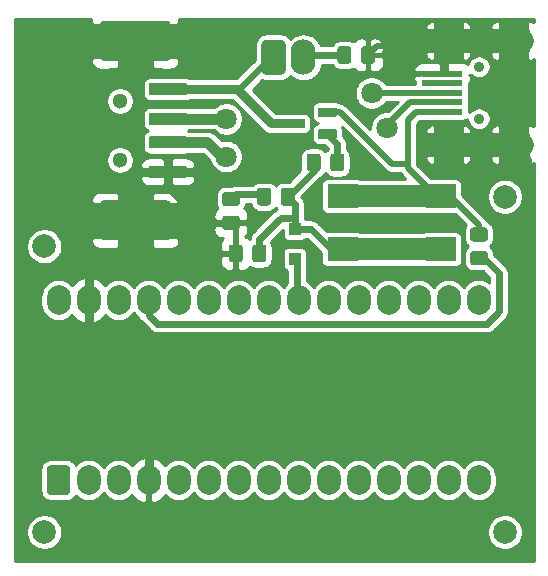
<source format=gbr>
%TF.GenerationSoftware,KiCad,Pcbnew,(5.1.10)-1*%
%TF.CreationDate,2021-10-09T15:55:09-04:00*%
%TF.ProjectId,usbPowerControl,75736250-6f77-4657-9243-6f6e74726f6c,rev?*%
%TF.SameCoordinates,Original*%
%TF.FileFunction,Copper,L1,Top*%
%TF.FilePolarity,Positive*%
%FSLAX46Y46*%
G04 Gerber Fmt 4.6, Leading zero omitted, Abs format (unit mm)*
G04 Created by KiCad (PCBNEW (5.1.10)-1) date 2021-10-09 15:55:09*
%MOMM*%
%LPD*%
G01*
G04 APERTURE LIST*
%TA.AperFunction,ComponentPad*%
%ADD10O,2.000000X2.500000*%
%TD*%
%TA.AperFunction,ComponentPad*%
%ADD11C,2.000000*%
%TD*%
%TA.AperFunction,SMDPad,CuDef*%
%ADD12R,2.600000X2.000000*%
%TD*%
%TA.AperFunction,ComponentPad*%
%ADD13C,1.300000*%
%TD*%
%TA.AperFunction,SMDPad,CuDef*%
%ADD14R,1.000000X1.000000*%
%TD*%
%TA.AperFunction,ComponentPad*%
%ADD15O,2.100000X3.000000*%
%TD*%
%TA.AperFunction,ComponentPad*%
%ADD16C,0.900000*%
%TD*%
%TA.AperFunction,SMDPad,CuDef*%
%ADD17R,3.500000X0.500000*%
%TD*%
%TA.AperFunction,SMDPad,CuDef*%
%ADD18R,2.500000X2.000000*%
%TD*%
%TA.AperFunction,ViaPad*%
%ADD19C,1.800000*%
%TD*%
%TA.AperFunction,Conductor*%
%ADD20C,0.800000*%
%TD*%
%TA.AperFunction,Conductor*%
%ADD21C,0.600000*%
%TD*%
%TA.AperFunction,Conductor*%
%ADD22C,2.000000*%
%TD*%
%TA.AperFunction,Conductor*%
%ADD23C,0.500000*%
%TD*%
%TA.AperFunction,Conductor*%
%ADD24C,1.900000*%
%TD*%
%TA.AperFunction,Conductor*%
%ADD25C,0.480000*%
%TD*%
%TA.AperFunction,Conductor*%
%ADD26C,0.900000*%
%TD*%
%TA.AperFunction,Conductor*%
%ADD27C,0.254000*%
%TD*%
%TA.AperFunction,Conductor*%
%ADD28C,0.100000*%
%TD*%
G04 APERTURE END LIST*
%TO.P,A1,1*%
%TO.N,Net-(A1-Pad1)*%
%TA.AperFunction,ComponentPad*%
G36*
G01*
X79500000Y-89650000D02*
X78100000Y-89650000D01*
G75*
G02*
X77800000Y-89350000I0J300000D01*
G01*
X77800000Y-87450000D01*
G75*
G02*
X78100000Y-87150000I300000J0D01*
G01*
X79500000Y-87150000D01*
G75*
G02*
X79800000Y-87450000I0J-300000D01*
G01*
X79800000Y-89350000D01*
G75*
G02*
X79500000Y-89650000I-300000J0D01*
G01*
G37*
%TD.AperFunction*%
D10*
%TO.P,A1,17*%
%TO.N,Net-(A1-Pad17)*%
X111820000Y-73160000D03*
%TO.P,A1,2*%
%TO.N,Net-(A1-Pad2)*%
X81340000Y-88400000D03*
%TO.P,A1,18*%
%TO.N,Net-(A1-Pad18)*%
X109280000Y-73160000D03*
%TO.P,A1,3*%
%TO.N,Net-(A1-Pad3)*%
X83880000Y-88400000D03*
%TO.P,A1,19*%
%TO.N,Net-(A1-Pad19)*%
X106740000Y-73160000D03*
%TO.P,A1,4*%
%TO.N,GND*%
X86420000Y-88400000D03*
%TO.P,A1,20*%
%TO.N,Net-(A1-Pad20)*%
X104200000Y-73160000D03*
%TO.P,A1,5*%
%TO.N,Net-(A1-Pad5)*%
X88960000Y-88400000D03*
%TO.P,A1,21*%
%TO.N,Net-(A1-Pad21)*%
X101660000Y-73160000D03*
%TO.P,A1,6*%
%TO.N,Net-(A1-Pad6)*%
X91500000Y-88400000D03*
%TO.P,A1,22*%
%TO.N,Net-(A1-Pad22)*%
X99120000Y-73160000D03*
%TO.P,A1,7*%
%TO.N,Net-(A1-Pad7)*%
X94040000Y-88400000D03*
%TO.P,A1,23*%
%TO.N,Net-(A1-Pad23)*%
X96580000Y-73160000D03*
%TO.P,A1,8*%
%TO.N,Net-(A1-Pad8)*%
X96580000Y-88400000D03*
%TO.P,A1,24*%
%TO.N,Net-(A1-Pad24)*%
X94040000Y-73160000D03*
%TO.P,A1,9*%
%TO.N,Net-(A1-Pad9)*%
X99120000Y-88400000D03*
%TO.P,A1,25*%
%TO.N,Net-(A1-Pad25)*%
X91500000Y-73160000D03*
%TO.P,A1,10*%
%TO.N,Net-(A1-Pad10)*%
X101660000Y-88400000D03*
%TO.P,A1,26*%
%TO.N,Net-(A1-Pad26)*%
X88960000Y-73160000D03*
%TO.P,A1,11*%
%TO.N,Net-(A1-Pad11)*%
X104200000Y-88400000D03*
%TO.P,A1,27*%
%TO.N,Net-(A1-Pad27)*%
X86420000Y-73160000D03*
%TO.P,A1,12*%
%TO.N,Net-(A1-Pad12)*%
X106740000Y-88400000D03*
%TO.P,A1,28*%
%TO.N,Net-(A1-Pad28)*%
X83880000Y-73160000D03*
%TO.P,A1,13*%
%TO.N,Net-(A1-Pad13)*%
X109280000Y-88400000D03*
%TO.P,A1,29*%
%TO.N,GND*%
X81340000Y-73160000D03*
%TO.P,A1,14*%
%TO.N,Net-(A1-Pad14)*%
X111820000Y-88400000D03*
%TO.P,A1,30*%
%TO.N,Net-(A1-Pad30)*%
X78800000Y-73160000D03*
%TO.P,A1,15*%
%TO.N,Net-(A1-Pad15)*%
X114360000Y-88400000D03*
%TO.P,A1,16*%
%TO.N,Net-(A1-Pad16)*%
X114360000Y-73160000D03*
%TD*%
%TO.P,R5,1*%
%TO.N,+5VD*%
%TA.AperFunction,SMDPad,CuDef*%
G36*
G01*
X113899600Y-67000000D02*
X114900400Y-67000000D01*
G75*
G02*
X115150000Y-67249600I0J-249600D01*
G01*
X115150000Y-67950400D01*
G75*
G02*
X114900400Y-68200000I-249600J0D01*
G01*
X113899600Y-68200000D01*
G75*
G02*
X113650000Y-67950400I0J249600D01*
G01*
X113650000Y-67249600D01*
G75*
G02*
X113899600Y-67000000I249600J0D01*
G01*
G37*
%TD.AperFunction*%
%TO.P,R5,2*%
%TO.N,Net-(A1-Pad27)*%
%TA.AperFunction,SMDPad,CuDef*%
G36*
G01*
X113899600Y-69000000D02*
X114900400Y-69000000D01*
G75*
G02*
X115150000Y-69249600I0J-249600D01*
G01*
X115150000Y-69950400D01*
G75*
G02*
X114900400Y-70200000I-249600J0D01*
G01*
X113899600Y-70200000D01*
G75*
G02*
X113650000Y-69950400I0J249600D01*
G01*
X113650000Y-69249600D01*
G75*
G02*
X113899600Y-69000000I249600J0D01*
G01*
G37*
%TD.AperFunction*%
%TD*%
D11*
%TO.P,REF\u002A\u002A,*%
%TO.N,*%
X116600000Y-92800000D03*
%TD*%
%TO.P,REF\u002A\u002A,*%
%TO.N,*%
X77600000Y-92800000D03*
%TD*%
%TO.P,REF\u002A\u002A,*%
%TO.N,*%
X77600000Y-68600000D03*
%TD*%
%TO.P,REF\u002A\u002A,*%
%TO.N,*%
X116600000Y-64400000D03*
%TD*%
D12*
%TO.P,S1,2*%
%TO.N,Net-(C1-Pad1)*%
X111150000Y-68850000D03*
%TO.P,S1,1*%
%TO.N,+5VD*%
X111150000Y-64350000D03*
X102850000Y-64350000D03*
%TO.P,S1,2*%
%TO.N,Net-(C1-Pad1)*%
X102850000Y-68850000D03*
%TD*%
D13*
%TO.P,J1,None*%
%TO.N,N/C*%
X84000000Y-56300000D03*
X84000000Y-61300000D03*
%TO.P,J1,4*%
%TO.N,GND*%
%TA.AperFunction,SMDPad,CuDef*%
G36*
G01*
X86510000Y-61800000D02*
X89590000Y-61800000D01*
G75*
G02*
X89650000Y-61860000I0J-60000D01*
G01*
X89650000Y-62740000D01*
G75*
G02*
X89590000Y-62800000I-60000J0D01*
G01*
X86510000Y-62800000D01*
G75*
G02*
X86450000Y-62740000I0J60000D01*
G01*
X86450000Y-61860000D01*
G75*
G02*
X86510000Y-61800000I60000J0D01*
G01*
G37*
%TD.AperFunction*%
%TO.P,J1,2*%
%TO.N,/D-*%
%TA.AperFunction,SMDPad,CuDef*%
G36*
G01*
X86510000Y-57300000D02*
X89590000Y-57300000D01*
G75*
G02*
X89650000Y-57360000I0J-60000D01*
G01*
X89650000Y-58240000D01*
G75*
G02*
X89590000Y-58300000I-60000J0D01*
G01*
X86510000Y-58300000D01*
G75*
G02*
X86450000Y-58240000I0J60000D01*
G01*
X86450000Y-57360000D01*
G75*
G02*
X86510000Y-57300000I60000J0D01*
G01*
G37*
%TD.AperFunction*%
%TO.P,J1,1*%
%TO.N,Net-(D1-PadA)*%
%TA.AperFunction,SMDPad,CuDef*%
G36*
G01*
X86510000Y-54800000D02*
X89590000Y-54800000D01*
G75*
G02*
X89650000Y-54860000I0J-60000D01*
G01*
X89650000Y-55740000D01*
G75*
G02*
X89590000Y-55800000I-60000J0D01*
G01*
X86510000Y-55800000D01*
G75*
G02*
X86450000Y-55740000I0J60000D01*
G01*
X86450000Y-54860000D01*
G75*
G02*
X86510000Y-54800000I60000J0D01*
G01*
G37*
%TD.AperFunction*%
%TO.P,J1,3*%
%TO.N,/D+*%
%TA.AperFunction,SMDPad,CuDef*%
G36*
G01*
X86510000Y-59300000D02*
X89590000Y-59300000D01*
G75*
G02*
X89650000Y-59360000I0J-60000D01*
G01*
X89650000Y-60240000D01*
G75*
G02*
X89590000Y-60300000I-60000J0D01*
G01*
X86510000Y-60300000D01*
G75*
G02*
X86450000Y-60240000I0J60000D01*
G01*
X86450000Y-59360000D01*
G75*
G02*
X86510000Y-59300000I60000J0D01*
G01*
G37*
%TD.AperFunction*%
%TO.P,J1,6*%
%TO.N,GND*%
%TA.AperFunction,SMDPad,CuDef*%
G36*
G01*
X82640000Y-49500000D02*
X87960000Y-49500000D01*
G75*
G02*
X88300000Y-49840000I0J-340000D01*
G01*
X88300000Y-52560000D01*
G75*
G02*
X87960000Y-52900000I-340000J0D01*
G01*
X82640000Y-52900000D01*
G75*
G02*
X82300000Y-52560000I0J340000D01*
G01*
X82300000Y-49840000D01*
G75*
G02*
X82640000Y-49500000I340000J0D01*
G01*
G37*
%TD.AperFunction*%
%TO.P,J1,5*%
%TA.AperFunction,SMDPad,CuDef*%
G36*
G01*
X82640000Y-64700000D02*
X87960000Y-64700000D01*
G75*
G02*
X88300000Y-65040000I0J-340000D01*
G01*
X88300000Y-67760000D01*
G75*
G02*
X87960000Y-68100000I-340000J0D01*
G01*
X82640000Y-68100000D01*
G75*
G02*
X82300000Y-67760000I0J340000D01*
G01*
X82300000Y-65040000D01*
G75*
G02*
X82640000Y-64700000I340000J0D01*
G01*
G37*
%TD.AperFunction*%
%TD*%
D14*
%TO.P,D2,2*%
%TO.N,Net-(A1-Pad22)*%
X98800000Y-69650000D03*
%TO.P,D2,1*%
%TO.N,Net-(C1-Pad1)*%
X98800000Y-67150000D03*
%TD*%
D15*
%TO.P,D1,K*%
%TO.N,Net-(D1-PadK)*%
X99540000Y-52600000D03*
%TO.P,D1,A*%
%TO.N,Net-(D1-PadA)*%
%TA.AperFunction,ComponentPad*%
G36*
G01*
X95950000Y-53638000D02*
X95950000Y-51562000D01*
G75*
G02*
X96412000Y-51100000I462000J0D01*
G01*
X97588000Y-51100000D01*
G75*
G02*
X98050000Y-51562000I0J-462000D01*
G01*
X98050000Y-53638000D01*
G75*
G02*
X97588000Y-54100000I-462000J0D01*
G01*
X96412000Y-54100000D01*
G75*
G02*
X95950000Y-53638000I0J462000D01*
G01*
G37*
%TD.AperFunction*%
%TD*%
%TO.P,R4,1*%
%TO.N,Net-(D1-PadK)*%
%TA.AperFunction,SMDPad,CuDef*%
G36*
G01*
X102400000Y-52900400D02*
X102400000Y-51899600D01*
G75*
G02*
X102649600Y-51650000I249600J0D01*
G01*
X103350400Y-51650000D01*
G75*
G02*
X103600000Y-51899600I0J-249600D01*
G01*
X103600000Y-52900400D01*
G75*
G02*
X103350400Y-53150000I-249600J0D01*
G01*
X102649600Y-53150000D01*
G75*
G02*
X102400000Y-52900400I0J249600D01*
G01*
G37*
%TD.AperFunction*%
%TO.P,R4,2*%
%TO.N,GND*%
%TA.AperFunction,SMDPad,CuDef*%
G36*
G01*
X104400000Y-52900400D02*
X104400000Y-51899600D01*
G75*
G02*
X104649600Y-51650000I249600J0D01*
G01*
X105350400Y-51650000D01*
G75*
G02*
X105600000Y-51899600I0J-249600D01*
G01*
X105600000Y-52900400D01*
G75*
G02*
X105350400Y-53150000I-249600J0D01*
G01*
X104649600Y-53150000D01*
G75*
G02*
X104400000Y-52900400I0J249600D01*
G01*
G37*
%TD.AperFunction*%
%TD*%
D16*
%TO.P,J2,*%
%TO.N,*%
X114400000Y-53400000D03*
X114400000Y-57800000D03*
D17*
%TO.P,J2,GND*%
%TO.N,GND*%
X111300000Y-54000000D03*
%TO.P,J2,ID*%
%TO.N,Net-(J2-PadID)*%
X111300000Y-54800000D03*
%TO.P,J2,D+*%
%TO.N,/D+*%
X111300000Y-55600000D03*
%TO.P,J2,D-*%
%TO.N,/D-*%
X111300000Y-56400000D03*
%TO.P,J2,VBUS*%
%TO.N,+5VD*%
X111300000Y-57200000D03*
D18*
%TO.P,J2,S3*%
%TO.N,GND*%
X111800000Y-51200000D03*
%TO.P,J2,S1*%
X111800000Y-60000000D03*
%TO.P,J2,S4*%
X117300000Y-51200000D03*
%TO.P,J2,S2*%
X117300000Y-60000000D03*
%TD*%
%TO.P,R3,1*%
%TO.N,Net-(Q1-PadG)*%
%TA.AperFunction,SMDPad,CuDef*%
G36*
G01*
X103000000Y-60999600D02*
X103000000Y-62000400D01*
G75*
G02*
X102750400Y-62250000I-249600J0D01*
G01*
X102049600Y-62250000D01*
G75*
G02*
X101800000Y-62000400I0J249600D01*
G01*
X101800000Y-60999600D01*
G75*
G02*
X102049600Y-60750000I249600J0D01*
G01*
X102750400Y-60750000D01*
G75*
G02*
X103000000Y-60999600I0J-249600D01*
G01*
G37*
%TD.AperFunction*%
%TO.P,R3,2*%
%TO.N,Net-(C1-Pad1)*%
%TA.AperFunction,SMDPad,CuDef*%
G36*
G01*
X101000000Y-60999600D02*
X101000000Y-62000400D01*
G75*
G02*
X100750400Y-62250000I-249600J0D01*
G01*
X100049600Y-62250000D01*
G75*
G02*
X99800000Y-62000400I0J249600D01*
G01*
X99800000Y-60999600D01*
G75*
G02*
X100049600Y-60750000I249600J0D01*
G01*
X100750400Y-60750000D01*
G75*
G02*
X101000000Y-60999600I0J-249600D01*
G01*
G37*
%TD.AperFunction*%
%TD*%
%TO.P,R2,1*%
%TO.N,Net-(C1-Pad1)*%
%TA.AperFunction,SMDPad,CuDef*%
G36*
G01*
X96400000Y-68699600D02*
X96400000Y-69700400D01*
G75*
G02*
X96150400Y-69950000I-249600J0D01*
G01*
X95449600Y-69950000D01*
G75*
G02*
X95200000Y-69700400I0J249600D01*
G01*
X95200000Y-68699600D01*
G75*
G02*
X95449600Y-68450000I249600J0D01*
G01*
X96150400Y-68450000D01*
G75*
G02*
X96400000Y-68699600I0J-249600D01*
G01*
G37*
%TD.AperFunction*%
%TO.P,R2,2*%
%TO.N,GND*%
%TA.AperFunction,SMDPad,CuDef*%
G36*
G01*
X94400000Y-68699600D02*
X94400000Y-69700400D01*
G75*
G02*
X94150400Y-69950000I-249600J0D01*
G01*
X93449600Y-69950000D01*
G75*
G02*
X93200000Y-69700400I0J249600D01*
G01*
X93200000Y-68699600D01*
G75*
G02*
X93449600Y-68450000I249600J0D01*
G01*
X94150400Y-68450000D01*
G75*
G02*
X94400000Y-68699600I0J-249600D01*
G01*
G37*
%TD.AperFunction*%
%TD*%
%TO.P,R1,1*%
%TO.N,Net-(C1-Pad2)*%
%TA.AperFunction,SMDPad,CuDef*%
G36*
G01*
X92899600Y-64000000D02*
X93900400Y-64000000D01*
G75*
G02*
X94150000Y-64249600I0J-249600D01*
G01*
X94150000Y-64950400D01*
G75*
G02*
X93900400Y-65200000I-249600J0D01*
G01*
X92899600Y-65200000D01*
G75*
G02*
X92650000Y-64950400I0J249600D01*
G01*
X92650000Y-64249600D01*
G75*
G02*
X92899600Y-64000000I249600J0D01*
G01*
G37*
%TD.AperFunction*%
%TO.P,R1,2*%
%TO.N,GND*%
%TA.AperFunction,SMDPad,CuDef*%
G36*
G01*
X92899600Y-66000000D02*
X93900400Y-66000000D01*
G75*
G02*
X94150000Y-66249600I0J-249600D01*
G01*
X94150000Y-66950400D01*
G75*
G02*
X93900400Y-67200000I-249600J0D01*
G01*
X92899600Y-67200000D01*
G75*
G02*
X92650000Y-66950400I0J249600D01*
G01*
X92650000Y-66249600D01*
G75*
G02*
X92899600Y-66000000I249600J0D01*
G01*
G37*
%TD.AperFunction*%
%TD*%
%TO.P,Q1,G*%
%TO.N,Net-(Q1-PadG)*%
%TA.AperFunction,SMDPad,CuDef*%
G36*
G01*
X102350000Y-58780000D02*
X102350000Y-59420000D01*
G75*
G02*
X102270000Y-59500000I-80000J0D01*
G01*
X100830000Y-59500000D01*
G75*
G02*
X100750000Y-59420000I0J80000D01*
G01*
X100750000Y-58780000D01*
G75*
G02*
X100830000Y-58700000I80000J0D01*
G01*
X102270000Y-58700000D01*
G75*
G02*
X102350000Y-58780000I0J-80000D01*
G01*
G37*
%TD.AperFunction*%
%TO.P,Q1,S*%
%TO.N,+5VD*%
%TA.AperFunction,SMDPad,CuDef*%
G36*
G01*
X102350000Y-56930000D02*
X102350000Y-57570000D01*
G75*
G02*
X102270000Y-57650000I-80000J0D01*
G01*
X100830000Y-57650000D01*
G75*
G02*
X100750000Y-57570000I0J80000D01*
G01*
X100750000Y-56930000D01*
G75*
G02*
X100830000Y-56850000I80000J0D01*
G01*
X102270000Y-56850000D01*
G75*
G02*
X102350000Y-56930000I0J-80000D01*
G01*
G37*
%TD.AperFunction*%
%TO.P,Q1,D*%
%TO.N,Net-(D1-PadA)*%
%TA.AperFunction,SMDPad,CuDef*%
G36*
G01*
X99650000Y-57880000D02*
X99650000Y-58520000D01*
G75*
G02*
X99570000Y-58600000I-80000J0D01*
G01*
X98130000Y-58600000D01*
G75*
G02*
X98050000Y-58520000I0J80000D01*
G01*
X98050000Y-57880000D01*
G75*
G02*
X98130000Y-57800000I80000J0D01*
G01*
X99570000Y-57800000D01*
G75*
G02*
X99650000Y-57880000I0J-80000D01*
G01*
G37*
%TD.AperFunction*%
%TD*%
%TO.P,C1,1*%
%TO.N,Net-(C1-Pad1)*%
%TA.AperFunction,SMDPad,CuDef*%
G36*
G01*
X98800000Y-63899600D02*
X98800000Y-64900400D01*
G75*
G02*
X98550400Y-65150000I-249600J0D01*
G01*
X97849600Y-65150000D01*
G75*
G02*
X97600000Y-64900400I0J249600D01*
G01*
X97600000Y-63899600D01*
G75*
G02*
X97849600Y-63650000I249600J0D01*
G01*
X98550400Y-63650000D01*
G75*
G02*
X98800000Y-63899600I0J-249600D01*
G01*
G37*
%TD.AperFunction*%
%TO.P,C1,2*%
%TO.N,Net-(C1-Pad2)*%
%TA.AperFunction,SMDPad,CuDef*%
G36*
G01*
X96800000Y-63899600D02*
X96800000Y-64900400D01*
G75*
G02*
X96550400Y-65150000I-249600J0D01*
G01*
X95849600Y-65150000D01*
G75*
G02*
X95600000Y-64900400I0J249600D01*
G01*
X95600000Y-63899600D01*
G75*
G02*
X95849600Y-63650000I249600J0D01*
G01*
X96550400Y-63650000D01*
G75*
G02*
X96800000Y-63899600I0J-249600D01*
G01*
G37*
%TD.AperFunction*%
%TD*%
D19*
%TO.N,/D+*%
X105300000Y-55600000D03*
X93000000Y-61000000D03*
%TO.N,/D-*%
X106600000Y-58600000D03*
X93000000Y-57800000D03*
%TD*%
D20*
%TO.N,GND*%
X86420000Y-83020000D02*
X86420000Y-88400000D01*
D21*
X81340000Y-77940000D02*
X86420000Y-83020000D01*
D20*
X81340000Y-73160000D02*
X81340000Y-77940000D01*
D22*
X110800000Y-60000000D02*
X118000000Y-60000000D01*
D21*
X117500000Y-50800000D02*
X117500000Y-59600000D01*
D22*
X118000000Y-51200000D02*
X110800000Y-51200000D01*
D23*
X111500000Y-51300000D02*
X112000000Y-50800000D01*
X85400000Y-67250000D02*
X83350000Y-67250000D01*
D20*
X81340000Y-70260000D02*
X81340000Y-73160000D01*
D23*
X85500000Y-66950000D02*
X85200000Y-67250000D01*
D21*
X86050000Y-66600000D02*
X85400000Y-67250000D01*
X91600000Y-66600000D02*
X93400000Y-66600000D01*
D23*
X93800000Y-67000000D02*
X93400000Y-66600000D01*
X93800000Y-69200000D02*
X93800000Y-67000000D01*
X110600000Y-51600000D02*
X110900000Y-51900000D01*
X111600000Y-51900000D02*
X111600000Y-54000000D01*
X105800000Y-51600000D02*
X110600000Y-51600000D01*
X105000000Y-52400000D02*
X105800000Y-51600000D01*
D21*
X88700000Y-62300000D02*
X88800000Y-62400000D01*
X90200000Y-66600000D02*
X86050000Y-66600000D01*
X93400000Y-66600000D02*
X90200000Y-66600000D01*
D23*
X89600000Y-66400000D02*
X89400000Y-66600000D01*
X89600000Y-65200000D02*
X89600000Y-66400000D01*
X88050000Y-63650000D02*
X89600000Y-65200000D01*
X88050000Y-62300000D02*
X88050000Y-63650000D01*
X118600000Y-61300000D02*
X116900000Y-59600000D01*
X118600000Y-73703100D02*
X118600000Y-61300000D01*
X109283100Y-83020000D02*
X118600000Y-73703100D01*
X86420000Y-83020000D02*
X109283100Y-83020000D01*
D24*
%TO.N,+5VD*%
X103050000Y-64350000D02*
X111350000Y-64350000D01*
D23*
X107000000Y-61600000D02*
X108400000Y-61600000D01*
X102650000Y-57250000D02*
X107000000Y-61600000D01*
X101550000Y-57250000D02*
X102650000Y-57250000D01*
X108400000Y-62000000D02*
X108400000Y-57903102D01*
X109103102Y-57200000D02*
X111500000Y-57200000D01*
X110750000Y-64350000D02*
X108400000Y-62000000D01*
X111950000Y-64350000D02*
X110750000Y-64350000D01*
X108400000Y-57903102D02*
X109103102Y-57200000D01*
X114400000Y-66800000D02*
X111950000Y-64350000D01*
X114400000Y-67600000D02*
X114400000Y-66800000D01*
D21*
%TO.N,Net-(C1-Pad2)*%
X93400000Y-64600000D02*
X93400000Y-64400000D01*
X93800000Y-64200000D02*
X93400000Y-64600000D01*
X96400000Y-64200000D02*
X93800000Y-64200000D01*
%TO.N,Net-(Q1-PadG)*%
X102400000Y-59950000D02*
X101550000Y-59100000D01*
X102400000Y-61500000D02*
X102400000Y-59950000D01*
%TO.N,/D+*%
X93200000Y-61000000D02*
X93400000Y-61200000D01*
D25*
X105200000Y-55600000D02*
X111100000Y-55600000D01*
D26*
X91400000Y-59800000D02*
X93000000Y-61400000D01*
X87850000Y-59800000D02*
X91400000Y-59800000D01*
%TO.N,/D-*%
X87850000Y-57800000D02*
X93200000Y-57800000D01*
D23*
X106800000Y-58200000D02*
X106800000Y-59000000D01*
X108600000Y-56400000D02*
X106800000Y-58200000D01*
X110900000Y-56400000D02*
X108600000Y-56400000D01*
D21*
%TO.N,Net-(A1-Pad22)*%
X99000000Y-73040000D02*
X99120000Y-73160000D01*
X99000000Y-69650000D02*
X99000000Y-73040000D01*
%TO.N,Net-(C1-Pad1)*%
X98800000Y-67150000D02*
X98800000Y-66000000D01*
X98600000Y-66200000D02*
X98800000Y-66000000D01*
X97600000Y-66200000D02*
X98600000Y-66200000D01*
X95800000Y-68000000D02*
X97600000Y-66200000D01*
X95800000Y-69200000D02*
X95800000Y-68000000D01*
X98800000Y-65000000D02*
X98200000Y-64400000D01*
X98800000Y-66000000D02*
X98800000Y-65000000D01*
X100400000Y-62200000D02*
X98200000Y-64400000D01*
X100400000Y-61500000D02*
X100400000Y-62200000D01*
D24*
X103050000Y-68850000D02*
X111350000Y-68850000D01*
D21*
X101850000Y-68850000D02*
X103050000Y-68850000D01*
X100150000Y-67150000D02*
X101850000Y-68850000D01*
X99000000Y-67150000D02*
X100150000Y-67150000D01*
%TO.N,Net-(D1-PadK)*%
X103000000Y-52400000D02*
X99440000Y-52400000D01*
D20*
%TO.N,Net-(D1-PadA)*%
X93900000Y-55300000D02*
X87850000Y-55300000D01*
X96800000Y-58200000D02*
X93900000Y-55300000D01*
X98850000Y-58200000D02*
X96800000Y-58200000D01*
D21*
X94100000Y-55300000D02*
X97000000Y-52400000D01*
X93900000Y-55300000D02*
X94100000Y-55300000D01*
%TO.N,Net-(A1-Pad27)*%
X86420000Y-74420000D02*
X86420000Y-73160000D01*
X87150000Y-75150000D02*
X86420000Y-74420000D01*
X115050000Y-75150000D02*
X87150000Y-75150000D01*
X116100000Y-74100000D02*
X115050000Y-75150000D01*
X116100000Y-70900000D02*
X116100000Y-74100000D01*
X114800000Y-69600000D02*
X116100000Y-70900000D01*
X114400000Y-69600000D02*
X114800000Y-69600000D01*
%TD*%
D27*
%TO.N,GND*%
X81569482Y-49500000D02*
X81573000Y-49645250D01*
X81754750Y-49827000D01*
X83927000Y-49827000D01*
X83927000Y-49807000D01*
X86673000Y-49807000D01*
X86673000Y-49827000D01*
X88845250Y-49827000D01*
X89027000Y-49645250D01*
X89030518Y-49500000D01*
X89018403Y-49377000D01*
X119023000Y-49377000D01*
X119023000Y-49647238D01*
X118945492Y-49585799D01*
X118818068Y-49520444D01*
X118680342Y-49481204D01*
X118604750Y-49473000D01*
X118423000Y-49654750D01*
X118423000Y-50327000D01*
X118550000Y-50327000D01*
X118550000Y-52073000D01*
X118423000Y-52073000D01*
X118423000Y-52745250D01*
X118604750Y-52927000D01*
X118680342Y-52918796D01*
X118818068Y-52879556D01*
X118945492Y-52814201D01*
X119023000Y-52752762D01*
X119023000Y-58447238D01*
X118945492Y-58385799D01*
X118818068Y-58320444D01*
X118680342Y-58281204D01*
X118604750Y-58273000D01*
X118423000Y-58454750D01*
X118423000Y-59127000D01*
X118550000Y-59127000D01*
X118550000Y-60873000D01*
X118423000Y-60873000D01*
X118423000Y-61545250D01*
X118604750Y-61727000D01*
X118680342Y-61718796D01*
X118818068Y-61679556D01*
X118945492Y-61614201D01*
X119023000Y-61552762D01*
X119023001Y-95223000D01*
X75077000Y-95223000D01*
X75077000Y-92649604D01*
X76073000Y-92649604D01*
X76073000Y-92950396D01*
X76131681Y-93245410D01*
X76246790Y-93523306D01*
X76413901Y-93773406D01*
X76626594Y-93986099D01*
X76876694Y-94153210D01*
X77154590Y-94268319D01*
X77449604Y-94327000D01*
X77750396Y-94327000D01*
X78045410Y-94268319D01*
X78323306Y-94153210D01*
X78573406Y-93986099D01*
X78786099Y-93773406D01*
X78953210Y-93523306D01*
X79068319Y-93245410D01*
X79127000Y-92950396D01*
X79127000Y-92649604D01*
X115073000Y-92649604D01*
X115073000Y-92950396D01*
X115131681Y-93245410D01*
X115246790Y-93523306D01*
X115413901Y-93773406D01*
X115626594Y-93986099D01*
X115876694Y-94153210D01*
X116154590Y-94268319D01*
X116449604Y-94327000D01*
X116750396Y-94327000D01*
X117045410Y-94268319D01*
X117323306Y-94153210D01*
X117573406Y-93986099D01*
X117786099Y-93773406D01*
X117953210Y-93523306D01*
X118068319Y-93245410D01*
X118127000Y-92950396D01*
X118127000Y-92649604D01*
X118068319Y-92354590D01*
X117953210Y-92076694D01*
X117786099Y-91826594D01*
X117573406Y-91613901D01*
X117323306Y-91446790D01*
X117045410Y-91331681D01*
X116750396Y-91273000D01*
X116449604Y-91273000D01*
X116154590Y-91331681D01*
X115876694Y-91446790D01*
X115626594Y-91613901D01*
X115413901Y-91826594D01*
X115246790Y-92076694D01*
X115131681Y-92354590D01*
X115073000Y-92649604D01*
X79127000Y-92649604D01*
X79068319Y-92354590D01*
X78953210Y-92076694D01*
X78786099Y-91826594D01*
X78573406Y-91613901D01*
X78323306Y-91446790D01*
X78045410Y-91331681D01*
X77750396Y-91273000D01*
X77449604Y-91273000D01*
X77154590Y-91331681D01*
X76876694Y-91446790D01*
X76626594Y-91613901D01*
X76413901Y-91826594D01*
X76246790Y-92076694D01*
X76131681Y-92354590D01*
X76073000Y-92649604D01*
X75077000Y-92649604D01*
X75077000Y-87450000D01*
X77270451Y-87450000D01*
X77270451Y-89350000D01*
X77286391Y-89511837D01*
X77333597Y-89667455D01*
X77410255Y-89810873D01*
X77513420Y-89936580D01*
X77639127Y-90039745D01*
X77782545Y-90116403D01*
X77938163Y-90163609D01*
X78100000Y-90179549D01*
X79500000Y-90179549D01*
X79661837Y-90163609D01*
X79817455Y-90116403D01*
X79960873Y-90039745D01*
X80086580Y-89936580D01*
X80189745Y-89810873D01*
X80240059Y-89716741D01*
X80255024Y-89734976D01*
X80487541Y-89925797D01*
X80752816Y-90067590D01*
X81040657Y-90154905D01*
X81340000Y-90184388D01*
X81639344Y-90154905D01*
X81927185Y-90067590D01*
X82192460Y-89925797D01*
X82424976Y-89734976D01*
X82610000Y-89509524D01*
X82795024Y-89734976D01*
X83027541Y-89925797D01*
X83292816Y-90067590D01*
X83580657Y-90154905D01*
X83880000Y-90184388D01*
X84179344Y-90154905D01*
X84467185Y-90067590D01*
X84732460Y-89925797D01*
X84964976Y-89734976D01*
X85022715Y-89664621D01*
X85052387Y-89711741D01*
X85285801Y-89958148D01*
X85562801Y-90154284D01*
X85872743Y-90292611D01*
X86029038Y-90332164D01*
X86297000Y-90190347D01*
X86297000Y-88523000D01*
X86277000Y-88523000D01*
X86277000Y-88277000D01*
X86297000Y-88277000D01*
X86297000Y-86609653D01*
X86543000Y-86609653D01*
X86543000Y-88277000D01*
X86563000Y-88277000D01*
X86563000Y-88523000D01*
X86543000Y-88523000D01*
X86543000Y-90190347D01*
X86810962Y-90332164D01*
X86967257Y-90292611D01*
X87277199Y-90154284D01*
X87554199Y-89958148D01*
X87787613Y-89711741D01*
X87817285Y-89664621D01*
X87875024Y-89734976D01*
X88107541Y-89925797D01*
X88372816Y-90067590D01*
X88660657Y-90154905D01*
X88960000Y-90184388D01*
X89259344Y-90154905D01*
X89547185Y-90067590D01*
X89812460Y-89925797D01*
X90044976Y-89734976D01*
X90230000Y-89509524D01*
X90415024Y-89734976D01*
X90647541Y-89925797D01*
X90912816Y-90067590D01*
X91200657Y-90154905D01*
X91500000Y-90184388D01*
X91799344Y-90154905D01*
X92087185Y-90067590D01*
X92352460Y-89925797D01*
X92584976Y-89734976D01*
X92770000Y-89509524D01*
X92955024Y-89734976D01*
X93187541Y-89925797D01*
X93452816Y-90067590D01*
X93740657Y-90154905D01*
X94040000Y-90184388D01*
X94339344Y-90154905D01*
X94627185Y-90067590D01*
X94892460Y-89925797D01*
X95124976Y-89734976D01*
X95310000Y-89509524D01*
X95495024Y-89734976D01*
X95727541Y-89925797D01*
X95992816Y-90067590D01*
X96280657Y-90154905D01*
X96580000Y-90184388D01*
X96879344Y-90154905D01*
X97167185Y-90067590D01*
X97432460Y-89925797D01*
X97664976Y-89734976D01*
X97850000Y-89509524D01*
X98035024Y-89734976D01*
X98267541Y-89925797D01*
X98532816Y-90067590D01*
X98820657Y-90154905D01*
X99120000Y-90184388D01*
X99419344Y-90154905D01*
X99707185Y-90067590D01*
X99972460Y-89925797D01*
X100204976Y-89734976D01*
X100390000Y-89509524D01*
X100575024Y-89734976D01*
X100807541Y-89925797D01*
X101072816Y-90067590D01*
X101360657Y-90154905D01*
X101660000Y-90184388D01*
X101959344Y-90154905D01*
X102247185Y-90067590D01*
X102512460Y-89925797D01*
X102744976Y-89734976D01*
X102930000Y-89509524D01*
X103115024Y-89734976D01*
X103347541Y-89925797D01*
X103612816Y-90067590D01*
X103900657Y-90154905D01*
X104200000Y-90184388D01*
X104499344Y-90154905D01*
X104787185Y-90067590D01*
X105052460Y-89925797D01*
X105284976Y-89734976D01*
X105470000Y-89509524D01*
X105655024Y-89734976D01*
X105887541Y-89925797D01*
X106152816Y-90067590D01*
X106440657Y-90154905D01*
X106740000Y-90184388D01*
X107039344Y-90154905D01*
X107327185Y-90067590D01*
X107592460Y-89925797D01*
X107824976Y-89734976D01*
X108010000Y-89509524D01*
X108195024Y-89734976D01*
X108427541Y-89925797D01*
X108692816Y-90067590D01*
X108980657Y-90154905D01*
X109280000Y-90184388D01*
X109579344Y-90154905D01*
X109867185Y-90067590D01*
X110132460Y-89925797D01*
X110364976Y-89734976D01*
X110550000Y-89509524D01*
X110735024Y-89734976D01*
X110967541Y-89925797D01*
X111232816Y-90067590D01*
X111520657Y-90154905D01*
X111820000Y-90184388D01*
X112119344Y-90154905D01*
X112407185Y-90067590D01*
X112672460Y-89925797D01*
X112904976Y-89734976D01*
X113090000Y-89509524D01*
X113275024Y-89734976D01*
X113507541Y-89925797D01*
X113772816Y-90067590D01*
X114060657Y-90154905D01*
X114360000Y-90184388D01*
X114659344Y-90154905D01*
X114947185Y-90067590D01*
X115212460Y-89925797D01*
X115444976Y-89734976D01*
X115635797Y-89502460D01*
X115777590Y-89237185D01*
X115864905Y-88949343D01*
X115887000Y-88725010D01*
X115887000Y-88074989D01*
X115864905Y-87850656D01*
X115777590Y-87562815D01*
X115635797Y-87297540D01*
X115444976Y-87065024D01*
X115212459Y-86874203D01*
X114947184Y-86732410D01*
X114659343Y-86645095D01*
X114360000Y-86615612D01*
X114060656Y-86645095D01*
X113772815Y-86732410D01*
X113507540Y-86874203D01*
X113275024Y-87065024D01*
X113090000Y-87290477D01*
X112904976Y-87065024D01*
X112672459Y-86874203D01*
X112407184Y-86732410D01*
X112119343Y-86645095D01*
X111820000Y-86615612D01*
X111520656Y-86645095D01*
X111232815Y-86732410D01*
X110967540Y-86874203D01*
X110735024Y-87065024D01*
X110550000Y-87290477D01*
X110364976Y-87065024D01*
X110132459Y-86874203D01*
X109867184Y-86732410D01*
X109579343Y-86645095D01*
X109280000Y-86615612D01*
X108980656Y-86645095D01*
X108692815Y-86732410D01*
X108427540Y-86874203D01*
X108195024Y-87065024D01*
X108010000Y-87290477D01*
X107824976Y-87065024D01*
X107592459Y-86874203D01*
X107327184Y-86732410D01*
X107039343Y-86645095D01*
X106740000Y-86615612D01*
X106440656Y-86645095D01*
X106152815Y-86732410D01*
X105887540Y-86874203D01*
X105655024Y-87065024D01*
X105470000Y-87290477D01*
X105284976Y-87065024D01*
X105052459Y-86874203D01*
X104787184Y-86732410D01*
X104499343Y-86645095D01*
X104200000Y-86615612D01*
X103900656Y-86645095D01*
X103612815Y-86732410D01*
X103347540Y-86874203D01*
X103115024Y-87065024D01*
X102930000Y-87290477D01*
X102744976Y-87065024D01*
X102512459Y-86874203D01*
X102247184Y-86732410D01*
X101959343Y-86645095D01*
X101660000Y-86615612D01*
X101360656Y-86645095D01*
X101072815Y-86732410D01*
X100807540Y-86874203D01*
X100575024Y-87065024D01*
X100390000Y-87290477D01*
X100204976Y-87065024D01*
X99972459Y-86874203D01*
X99707184Y-86732410D01*
X99419343Y-86645095D01*
X99120000Y-86615612D01*
X98820656Y-86645095D01*
X98532815Y-86732410D01*
X98267540Y-86874203D01*
X98035024Y-87065024D01*
X97850000Y-87290477D01*
X97664976Y-87065024D01*
X97432459Y-86874203D01*
X97167184Y-86732410D01*
X96879343Y-86645095D01*
X96580000Y-86615612D01*
X96280656Y-86645095D01*
X95992815Y-86732410D01*
X95727540Y-86874203D01*
X95495024Y-87065024D01*
X95310000Y-87290477D01*
X95124976Y-87065024D01*
X94892459Y-86874203D01*
X94627184Y-86732410D01*
X94339343Y-86645095D01*
X94040000Y-86615612D01*
X93740656Y-86645095D01*
X93452815Y-86732410D01*
X93187540Y-86874203D01*
X92955024Y-87065024D01*
X92770000Y-87290477D01*
X92584976Y-87065024D01*
X92352459Y-86874203D01*
X92087184Y-86732410D01*
X91799343Y-86645095D01*
X91500000Y-86615612D01*
X91200656Y-86645095D01*
X90912815Y-86732410D01*
X90647540Y-86874203D01*
X90415024Y-87065024D01*
X90230000Y-87290477D01*
X90044976Y-87065024D01*
X89812459Y-86874203D01*
X89547184Y-86732410D01*
X89259343Y-86645095D01*
X88960000Y-86615612D01*
X88660656Y-86645095D01*
X88372815Y-86732410D01*
X88107540Y-86874203D01*
X87875024Y-87065024D01*
X87817285Y-87135379D01*
X87787613Y-87088259D01*
X87554199Y-86841852D01*
X87277199Y-86645716D01*
X86967257Y-86507389D01*
X86810962Y-86467836D01*
X86543000Y-86609653D01*
X86297000Y-86609653D01*
X86029038Y-86467836D01*
X85872743Y-86507389D01*
X85562801Y-86645716D01*
X85285801Y-86841852D01*
X85052387Y-87088259D01*
X85022715Y-87135379D01*
X84964976Y-87065024D01*
X84732459Y-86874203D01*
X84467184Y-86732410D01*
X84179343Y-86645095D01*
X83880000Y-86615612D01*
X83580656Y-86645095D01*
X83292815Y-86732410D01*
X83027540Y-86874203D01*
X82795024Y-87065024D01*
X82610000Y-87290477D01*
X82424976Y-87065024D01*
X82192459Y-86874203D01*
X81927184Y-86732410D01*
X81639343Y-86645095D01*
X81340000Y-86615612D01*
X81040656Y-86645095D01*
X80752815Y-86732410D01*
X80487540Y-86874203D01*
X80255024Y-87065024D01*
X80240059Y-87083259D01*
X80189745Y-86989127D01*
X80086580Y-86863420D01*
X79960873Y-86760255D01*
X79817455Y-86683597D01*
X79661837Y-86636391D01*
X79500000Y-86620451D01*
X78100000Y-86620451D01*
X77938163Y-86636391D01*
X77782545Y-86683597D01*
X77639127Y-86760255D01*
X77513420Y-86863420D01*
X77410255Y-86989127D01*
X77333597Y-87132545D01*
X77286391Y-87288163D01*
X77270451Y-87450000D01*
X75077000Y-87450000D01*
X75077000Y-72834990D01*
X77273000Y-72834990D01*
X77273000Y-73485011D01*
X77295095Y-73709344D01*
X77382410Y-73997185D01*
X77524203Y-74262460D01*
X77715024Y-74494976D01*
X77947541Y-74685797D01*
X78212816Y-74827590D01*
X78500657Y-74914905D01*
X78800000Y-74944388D01*
X79099344Y-74914905D01*
X79387185Y-74827590D01*
X79652460Y-74685797D01*
X79884976Y-74494976D01*
X79942715Y-74424621D01*
X79972387Y-74471741D01*
X80205801Y-74718148D01*
X80482801Y-74914284D01*
X80792743Y-75052611D01*
X80949038Y-75092164D01*
X81217000Y-74950347D01*
X81217000Y-73283000D01*
X81197000Y-73283000D01*
X81197000Y-73037000D01*
X81217000Y-73037000D01*
X81217000Y-71369653D01*
X81463000Y-71369653D01*
X81463000Y-73037000D01*
X81483000Y-73037000D01*
X81483000Y-73283000D01*
X81463000Y-73283000D01*
X81463000Y-74950347D01*
X81730962Y-75092164D01*
X81887257Y-75052611D01*
X82197199Y-74914284D01*
X82474199Y-74718148D01*
X82707613Y-74471741D01*
X82737285Y-74424621D01*
X82795024Y-74494976D01*
X83027541Y-74685797D01*
X83292816Y-74827590D01*
X83580657Y-74914905D01*
X83880000Y-74944388D01*
X84179344Y-74914905D01*
X84467185Y-74827590D01*
X84732460Y-74685797D01*
X84964976Y-74494976D01*
X85150000Y-74269524D01*
X85335024Y-74494976D01*
X85567541Y-74685797D01*
X85649746Y-74729736D01*
X85652255Y-74738009D01*
X85652256Y-74738010D01*
X85729048Y-74881679D01*
X85756422Y-74915034D01*
X85832394Y-75007606D01*
X85863952Y-75033505D01*
X86536499Y-75706053D01*
X86562394Y-75737606D01*
X86593947Y-75763501D01*
X86593948Y-75763502D01*
X86688320Y-75840952D01*
X86765113Y-75881998D01*
X86831990Y-75917745D01*
X86987880Y-75965034D01*
X87109376Y-75977000D01*
X87109386Y-75977000D01*
X87150000Y-75981000D01*
X87190614Y-75977000D01*
X115009386Y-75977000D01*
X115050000Y-75981000D01*
X115090614Y-75977000D01*
X115090624Y-75977000D01*
X115212120Y-75965034D01*
X115368010Y-75917745D01*
X115511679Y-75840952D01*
X115637606Y-75737606D01*
X115663505Y-75706048D01*
X116656053Y-74713501D01*
X116687606Y-74687606D01*
X116713502Y-74656052D01*
X116790952Y-74561681D01*
X116867744Y-74418011D01*
X116867745Y-74418010D01*
X116915034Y-74262120D01*
X116927000Y-74140624D01*
X116927000Y-74140615D01*
X116931000Y-74100001D01*
X116927000Y-74059387D01*
X116927000Y-70940614D01*
X116931000Y-70900000D01*
X116927000Y-70859386D01*
X116927000Y-70859376D01*
X116915034Y-70737880D01*
X116867745Y-70581990D01*
X116804987Y-70464578D01*
X116790952Y-70438320D01*
X116713503Y-70343948D01*
X116713496Y-70343941D01*
X116687606Y-70312394D01*
X116656059Y-70286504D01*
X115679549Y-69309996D01*
X115679549Y-69249600D01*
X115664578Y-69097596D01*
X115620240Y-68951433D01*
X115548239Y-68816728D01*
X115451342Y-68698658D01*
X115333272Y-68601761D01*
X115329977Y-68600000D01*
X115333272Y-68598239D01*
X115451342Y-68501342D01*
X115548239Y-68383272D01*
X115620240Y-68248567D01*
X115664578Y-68102404D01*
X115679549Y-67950400D01*
X115679549Y-67249600D01*
X115664578Y-67097596D01*
X115620240Y-66951433D01*
X115548239Y-66816728D01*
X115451342Y-66698658D01*
X115333272Y-66601761D01*
X115198567Y-66529760D01*
X115123035Y-66506848D01*
X115121327Y-66501216D01*
X115057741Y-66382256D01*
X115049177Y-66366233D01*
X114976409Y-66277565D01*
X114976408Y-66277564D01*
X114952080Y-66247920D01*
X114922436Y-66223592D01*
X112979549Y-64280706D01*
X112979549Y-64249604D01*
X115073000Y-64249604D01*
X115073000Y-64550396D01*
X115131681Y-64845410D01*
X115246790Y-65123306D01*
X115413901Y-65373406D01*
X115626594Y-65586099D01*
X115876694Y-65753210D01*
X116154590Y-65868319D01*
X116449604Y-65927000D01*
X116750396Y-65927000D01*
X117045410Y-65868319D01*
X117323306Y-65753210D01*
X117573406Y-65586099D01*
X117786099Y-65373406D01*
X117953210Y-65123306D01*
X118068319Y-64845410D01*
X118127000Y-64550396D01*
X118127000Y-64249604D01*
X118068319Y-63954590D01*
X117953210Y-63676694D01*
X117786099Y-63426594D01*
X117573406Y-63213901D01*
X117323306Y-63046790D01*
X117045410Y-62931681D01*
X116750396Y-62873000D01*
X116449604Y-62873000D01*
X116154590Y-62931681D01*
X115876694Y-63046790D01*
X115626594Y-63213901D01*
X115413901Y-63426594D01*
X115246790Y-63676694D01*
X115131681Y-63954590D01*
X115073000Y-64249604D01*
X112979549Y-64249604D01*
X112979549Y-63350000D01*
X112969374Y-63246690D01*
X112939239Y-63147350D01*
X112890304Y-63055798D01*
X112824448Y-62975552D01*
X112744202Y-62909696D01*
X112652650Y-62860761D01*
X112553310Y-62830626D01*
X112450000Y-62820451D01*
X110319295Y-62820451D01*
X109177000Y-61678157D01*
X109177000Y-61638166D01*
X109180759Y-61600000D01*
X109177000Y-61561834D01*
X109177000Y-61054750D01*
X109823000Y-61054750D01*
X109836039Y-61154651D01*
X109879929Y-61290966D01*
X109949569Y-61416100D01*
X110042283Y-61525243D01*
X110154508Y-61614201D01*
X110281932Y-61679556D01*
X110419658Y-61718796D01*
X110495250Y-61727000D01*
X110677000Y-61545250D01*
X110677000Y-60873000D01*
X112923000Y-60873000D01*
X112923000Y-61545250D01*
X113104750Y-61727000D01*
X113180342Y-61718796D01*
X113318068Y-61679556D01*
X113445492Y-61614201D01*
X113557717Y-61525243D01*
X113650431Y-61416100D01*
X113720071Y-61290966D01*
X113763961Y-61154651D01*
X113777000Y-61054750D01*
X115323000Y-61054750D01*
X115336039Y-61154651D01*
X115379929Y-61290966D01*
X115449569Y-61416100D01*
X115542283Y-61525243D01*
X115654508Y-61614201D01*
X115781932Y-61679556D01*
X115919658Y-61718796D01*
X115995250Y-61727000D01*
X116177000Y-61545250D01*
X116177000Y-60873000D01*
X115504750Y-60873000D01*
X115323000Y-61054750D01*
X113777000Y-61054750D01*
X113595250Y-60873000D01*
X112923000Y-60873000D01*
X110677000Y-60873000D01*
X110004750Y-60873000D01*
X109823000Y-61054750D01*
X109177000Y-61054750D01*
X109177000Y-58945250D01*
X109823000Y-58945250D01*
X110004750Y-59127000D01*
X110677000Y-59127000D01*
X110677000Y-58454750D01*
X112923000Y-58454750D01*
X112923000Y-59127000D01*
X113595250Y-59127000D01*
X113777000Y-58945250D01*
X115323000Y-58945250D01*
X115504750Y-59127000D01*
X116177000Y-59127000D01*
X116177000Y-58454750D01*
X115995250Y-58273000D01*
X115919658Y-58281204D01*
X115781932Y-58320444D01*
X115654508Y-58385799D01*
X115542283Y-58474757D01*
X115449569Y-58583900D01*
X115379929Y-58709034D01*
X115336039Y-58845349D01*
X115323000Y-58945250D01*
X113777000Y-58945250D01*
X113763961Y-58845349D01*
X113720071Y-58709034D01*
X113650431Y-58583900D01*
X113557717Y-58474757D01*
X113445492Y-58385799D01*
X113318068Y-58320444D01*
X113180342Y-58281204D01*
X113104750Y-58273000D01*
X112923000Y-58454750D01*
X110677000Y-58454750D01*
X110495250Y-58273000D01*
X110419658Y-58281204D01*
X110281932Y-58320444D01*
X110154508Y-58385799D01*
X110042283Y-58474757D01*
X109949569Y-58583900D01*
X109879929Y-58709034D01*
X109836039Y-58845349D01*
X109823000Y-58945250D01*
X109177000Y-58945250D01*
X109177000Y-58224945D01*
X109424946Y-57977000D01*
X109524119Y-57977000D01*
X109550000Y-57979549D01*
X113050000Y-57979549D01*
X113153310Y-57969374D01*
X113252650Y-57939239D01*
X113344202Y-57890304D01*
X113423000Y-57825636D01*
X113423000Y-57896226D01*
X113460546Y-58084980D01*
X113534194Y-58262783D01*
X113641115Y-58422801D01*
X113777199Y-58558885D01*
X113937217Y-58665806D01*
X114115020Y-58739454D01*
X114303774Y-58777000D01*
X114496226Y-58777000D01*
X114684980Y-58739454D01*
X114862783Y-58665806D01*
X115022801Y-58558885D01*
X115158885Y-58422801D01*
X115265806Y-58262783D01*
X115339454Y-58084980D01*
X115377000Y-57896226D01*
X115377000Y-57703774D01*
X115339454Y-57515020D01*
X115265806Y-57337217D01*
X115158885Y-57177199D01*
X115022801Y-57041115D01*
X114862783Y-56934194D01*
X114684980Y-56860546D01*
X114496226Y-56823000D01*
X114303774Y-56823000D01*
X114115020Y-56860546D01*
X113937217Y-56934194D01*
X113777199Y-57041115D01*
X113641115Y-57177199D01*
X113579549Y-57269339D01*
X113579549Y-56950000D01*
X113569374Y-56846690D01*
X113555210Y-56800000D01*
X113569374Y-56753310D01*
X113579549Y-56650000D01*
X113579549Y-56150000D01*
X113569374Y-56046690D01*
X113555210Y-56000000D01*
X113569374Y-55953310D01*
X113579549Y-55850000D01*
X113579549Y-55350000D01*
X113569374Y-55246690D01*
X113555210Y-55200000D01*
X113569374Y-55153310D01*
X113579549Y-55050000D01*
X113579549Y-54749787D01*
X113652096Y-54663687D01*
X113721233Y-54538275D01*
X113764575Y-54401784D01*
X113777000Y-54304750D01*
X113595252Y-54123002D01*
X113741316Y-54123002D01*
X113777199Y-54158885D01*
X113937217Y-54265806D01*
X114115020Y-54339454D01*
X114303774Y-54377000D01*
X114496226Y-54377000D01*
X114684980Y-54339454D01*
X114862783Y-54265806D01*
X115022801Y-54158885D01*
X115158885Y-54022801D01*
X115265806Y-53862783D01*
X115339454Y-53684980D01*
X115377000Y-53496226D01*
X115377000Y-53303774D01*
X115339454Y-53115020D01*
X115265806Y-52937217D01*
X115158885Y-52777199D01*
X115022801Y-52641115D01*
X114862783Y-52534194D01*
X114684980Y-52460546D01*
X114496226Y-52423000D01*
X114303774Y-52423000D01*
X114115020Y-52460546D01*
X113937217Y-52534194D01*
X113777199Y-52641115D01*
X113641115Y-52777199D01*
X113534194Y-52937217D01*
X113460546Y-53115020D01*
X113454979Y-53143006D01*
X113447953Y-53137391D01*
X113320793Y-53071525D01*
X113183226Y-53031733D01*
X113040539Y-53019543D01*
X111604750Y-53023000D01*
X111423000Y-53204750D01*
X111423000Y-53877000D01*
X111443000Y-53877000D01*
X111443000Y-54020451D01*
X109550000Y-54020451D01*
X109446690Y-54030626D01*
X109347350Y-54060761D01*
X109255798Y-54109696D01*
X109239587Y-54123000D01*
X109004750Y-54123000D01*
X108823000Y-54304750D01*
X108835425Y-54401784D01*
X108878767Y-54538275D01*
X108947904Y-54663687D01*
X109020451Y-54749787D01*
X109020451Y-54833000D01*
X106503746Y-54833000D01*
X106408424Y-54690340D01*
X106209660Y-54491576D01*
X105975938Y-54335409D01*
X105716241Y-54227838D01*
X105440547Y-54173000D01*
X105159453Y-54173000D01*
X104883759Y-54227838D01*
X104624062Y-54335409D01*
X104390340Y-54491576D01*
X104191576Y-54690340D01*
X104035409Y-54924062D01*
X103927838Y-55183759D01*
X103873000Y-55459453D01*
X103873000Y-55740547D01*
X103927838Y-56016241D01*
X104035409Y-56275938D01*
X104191576Y-56509660D01*
X104390340Y-56708424D01*
X104624062Y-56864591D01*
X104883759Y-56972162D01*
X105159453Y-57027000D01*
X105440547Y-57027000D01*
X105716241Y-56972162D01*
X105975938Y-56864591D01*
X106209660Y-56708424D01*
X106408424Y-56509660D01*
X106503746Y-56367000D01*
X107534156Y-56367000D01*
X106728157Y-57173000D01*
X106459453Y-57173000D01*
X106183759Y-57227838D01*
X105924062Y-57335409D01*
X105690340Y-57491576D01*
X105491576Y-57690340D01*
X105335409Y-57924062D01*
X105227838Y-58183759D01*
X105173000Y-58459453D01*
X105173000Y-58674157D01*
X103226413Y-56727570D01*
X103202080Y-56697920D01*
X103083766Y-56600823D01*
X102948784Y-56528673D01*
X102802319Y-56484243D01*
X102688166Y-56473000D01*
X102688163Y-56473000D01*
X102666789Y-56470895D01*
X102608647Y-56423179D01*
X102503264Y-56366850D01*
X102388917Y-56332163D01*
X102270000Y-56320451D01*
X100830000Y-56320451D01*
X100711083Y-56332163D01*
X100596736Y-56366850D01*
X100491353Y-56423179D01*
X100398984Y-56498984D01*
X100323179Y-56591353D01*
X100266850Y-56696736D01*
X100232163Y-56811083D01*
X100220451Y-56930000D01*
X100220451Y-57570000D01*
X100232163Y-57688917D01*
X100266850Y-57803264D01*
X100323179Y-57908647D01*
X100398984Y-58001016D01*
X100491353Y-58076821D01*
X100596736Y-58133150D01*
X100711083Y-58167837D01*
X100783812Y-58175000D01*
X100711083Y-58182163D01*
X100596736Y-58216850D01*
X100491353Y-58273179D01*
X100398984Y-58348984D01*
X100323179Y-58441353D01*
X100266850Y-58546736D01*
X100232163Y-58661083D01*
X100220451Y-58780000D01*
X100220451Y-59420000D01*
X100232163Y-59538917D01*
X100266850Y-59653264D01*
X100323179Y-59758647D01*
X100398984Y-59851016D01*
X100491353Y-59926821D01*
X100596736Y-59983150D01*
X100711083Y-60017837D01*
X100830000Y-60029549D01*
X101309995Y-60029549D01*
X101573001Y-60292555D01*
X101573001Y-60387647D01*
X101498658Y-60448658D01*
X101401761Y-60566728D01*
X101400000Y-60570023D01*
X101398239Y-60566728D01*
X101301342Y-60448658D01*
X101183272Y-60351761D01*
X101048567Y-60279760D01*
X100902404Y-60235422D01*
X100750400Y-60220451D01*
X100049600Y-60220451D01*
X99897596Y-60235422D01*
X99751433Y-60279760D01*
X99616728Y-60351761D01*
X99498658Y-60448658D01*
X99401761Y-60566728D01*
X99329760Y-60701433D01*
X99285422Y-60847596D01*
X99270451Y-60999600D01*
X99270451Y-62000400D01*
X99284760Y-62145686D01*
X98309996Y-63120451D01*
X97849600Y-63120451D01*
X97697596Y-63135422D01*
X97551433Y-63179760D01*
X97416728Y-63251761D01*
X97298658Y-63348658D01*
X97201761Y-63466728D01*
X97200000Y-63470023D01*
X97198239Y-63466728D01*
X97101342Y-63348658D01*
X96983272Y-63251761D01*
X96848567Y-63179760D01*
X96702404Y-63135422D01*
X96550400Y-63120451D01*
X95849600Y-63120451D01*
X95697596Y-63135422D01*
X95551433Y-63179760D01*
X95416728Y-63251761D01*
X95298658Y-63348658D01*
X95278681Y-63373000D01*
X93840610Y-63373000D01*
X93799999Y-63369000D01*
X93759388Y-63373000D01*
X93759376Y-63373000D01*
X93637880Y-63384966D01*
X93481990Y-63432255D01*
X93410531Y-63470451D01*
X92899600Y-63470451D01*
X92747596Y-63485422D01*
X92601433Y-63529760D01*
X92466728Y-63601761D01*
X92348658Y-63698658D01*
X92251761Y-63816728D01*
X92179760Y-63951433D01*
X92135422Y-64097596D01*
X92120451Y-64249600D01*
X92120451Y-64950400D01*
X92135422Y-65102404D01*
X92179760Y-65248567D01*
X92251761Y-65383272D01*
X92254758Y-65386924D01*
X92244146Y-65392596D01*
X92133446Y-65483446D01*
X92042596Y-65594146D01*
X91975089Y-65720443D01*
X91933519Y-65857483D01*
X91919482Y-66000000D01*
X91923000Y-66295250D01*
X92104750Y-66477000D01*
X93277000Y-66477000D01*
X93277000Y-66457000D01*
X93523000Y-66457000D01*
X93523000Y-66477000D01*
X94695250Y-66477000D01*
X94877000Y-66295250D01*
X94880518Y-66000000D01*
X94866481Y-65857483D01*
X94824911Y-65720443D01*
X94757404Y-65594146D01*
X94666554Y-65483446D01*
X94555854Y-65392596D01*
X94545242Y-65386924D01*
X94548239Y-65383272D01*
X94620240Y-65248567D01*
X94664578Y-65102404D01*
X94672005Y-65027000D01*
X95082920Y-65027000D01*
X95085422Y-65052404D01*
X95129760Y-65198567D01*
X95201761Y-65333272D01*
X95298658Y-65451342D01*
X95416728Y-65548239D01*
X95551433Y-65620240D01*
X95697596Y-65664578D01*
X95849600Y-65679549D01*
X96550400Y-65679549D01*
X96702404Y-65664578D01*
X96848567Y-65620240D01*
X96983272Y-65548239D01*
X97101342Y-65451342D01*
X97198239Y-65333272D01*
X97200000Y-65329977D01*
X97201761Y-65333272D01*
X97282794Y-65432011D01*
X97281990Y-65432255D01*
X97226942Y-65461679D01*
X97138319Y-65509049D01*
X97043947Y-65586498D01*
X97043941Y-65586504D01*
X97012394Y-65612394D01*
X96986503Y-65643942D01*
X95243948Y-67386499D01*
X95212395Y-67412394D01*
X95186500Y-67443947D01*
X95186498Y-67443949D01*
X95109048Y-67538321D01*
X95032256Y-67681990D01*
X94984967Y-67837880D01*
X94969233Y-67997635D01*
X94916554Y-67933446D01*
X94805854Y-67842596D01*
X94679557Y-67775089D01*
X94617987Y-67756412D01*
X94666554Y-67716554D01*
X94757404Y-67605854D01*
X94824911Y-67479557D01*
X94866481Y-67342517D01*
X94880518Y-67200000D01*
X94877000Y-66904750D01*
X94695250Y-66723000D01*
X93523000Y-66723000D01*
X93523000Y-66743000D01*
X93277000Y-66743000D01*
X93277000Y-66723000D01*
X92104750Y-66723000D01*
X91923000Y-66904750D01*
X91919482Y-67200000D01*
X91933519Y-67342517D01*
X91975089Y-67479557D01*
X92042596Y-67605854D01*
X92133446Y-67716554D01*
X92244146Y-67807404D01*
X92370443Y-67874911D01*
X92507483Y-67916481D01*
X92650000Y-67930518D01*
X92687374Y-67930223D01*
X92683446Y-67933446D01*
X92592596Y-68044146D01*
X92525089Y-68170443D01*
X92483519Y-68307483D01*
X92469482Y-68450000D01*
X92473000Y-68895250D01*
X92654750Y-69077000D01*
X93677000Y-69077000D01*
X93677000Y-69057000D01*
X93923000Y-69057000D01*
X93923000Y-69077000D01*
X93943000Y-69077000D01*
X93943000Y-69323000D01*
X93923000Y-69323000D01*
X93923000Y-70495250D01*
X94104750Y-70677000D01*
X94400000Y-70680518D01*
X94542517Y-70666481D01*
X94679557Y-70624911D01*
X94805854Y-70557404D01*
X94916554Y-70466554D01*
X95007404Y-70355854D01*
X95013076Y-70345242D01*
X95016728Y-70348239D01*
X95151433Y-70420240D01*
X95297596Y-70464578D01*
X95449600Y-70479549D01*
X96150400Y-70479549D01*
X96302404Y-70464578D01*
X96448567Y-70420240D01*
X96583272Y-70348239D01*
X96701342Y-70251342D01*
X96798239Y-70133272D01*
X96870240Y-69998567D01*
X96914578Y-69852404D01*
X96929549Y-69700400D01*
X96929549Y-68699600D01*
X96914578Y-68547596D01*
X96870240Y-68401433D01*
X96798239Y-68266728D01*
X96755231Y-68214322D01*
X97770451Y-67199104D01*
X97770451Y-67650000D01*
X97780626Y-67753310D01*
X97810761Y-67852650D01*
X97859696Y-67944202D01*
X97925552Y-68024448D01*
X98005798Y-68090304D01*
X98097350Y-68139239D01*
X98196690Y-68169374D01*
X98300000Y-68179549D01*
X99300000Y-68179549D01*
X99403310Y-68169374D01*
X99502650Y-68139239D01*
X99594202Y-68090304D01*
X99674448Y-68024448D01*
X99713387Y-67977000D01*
X99807447Y-67977000D01*
X101020451Y-69190005D01*
X101020451Y-69850000D01*
X101030626Y-69953310D01*
X101060761Y-70052650D01*
X101109696Y-70144202D01*
X101175552Y-70224448D01*
X101255798Y-70290304D01*
X101347350Y-70339239D01*
X101446690Y-70369374D01*
X101550000Y-70379549D01*
X104150000Y-70379549D01*
X104253310Y-70369374D01*
X104352650Y-70339239D01*
X104375548Y-70327000D01*
X109624452Y-70327000D01*
X109647350Y-70339239D01*
X109746690Y-70369374D01*
X109850000Y-70379549D01*
X112450000Y-70379549D01*
X112553310Y-70369374D01*
X112652650Y-70339239D01*
X112744202Y-70290304D01*
X112824448Y-70224448D01*
X112890304Y-70144202D01*
X112939239Y-70052650D01*
X112969374Y-69953310D01*
X112979549Y-69850000D01*
X112979549Y-67850000D01*
X112969374Y-67746690D01*
X112939239Y-67647350D01*
X112890304Y-67555798D01*
X112824448Y-67475552D01*
X112744202Y-67409696D01*
X112652650Y-67360761D01*
X112553310Y-67330626D01*
X112450000Y-67320451D01*
X109850000Y-67320451D01*
X109746690Y-67330626D01*
X109647350Y-67360761D01*
X109624452Y-67373000D01*
X104375548Y-67373000D01*
X104352650Y-67360761D01*
X104253310Y-67330626D01*
X104150000Y-67320451D01*
X101550000Y-67320451D01*
X101495384Y-67325830D01*
X100763505Y-66593952D01*
X100737606Y-66562394D01*
X100611679Y-66459048D01*
X100468010Y-66382255D01*
X100312120Y-66334966D01*
X100190624Y-66323000D01*
X100190614Y-66323000D01*
X100150000Y-66319000D01*
X100109386Y-66323000D01*
X99713387Y-66323000D01*
X99674448Y-66275552D01*
X99627000Y-66236613D01*
X99627000Y-66040614D01*
X99631000Y-66000000D01*
X99627000Y-65959386D01*
X99627000Y-65040613D01*
X99631000Y-64999999D01*
X99627000Y-64959385D01*
X99627000Y-64959376D01*
X99615034Y-64837880D01*
X99567745Y-64681990D01*
X99544450Y-64638407D01*
X99490952Y-64538319D01*
X99413502Y-64443948D01*
X99413501Y-64443947D01*
X99387606Y-64412394D01*
X99370883Y-64398670D01*
X100956053Y-62813501D01*
X100987606Y-62787606D01*
X101013502Y-62756052D01*
X101041012Y-62722532D01*
X101048567Y-62720240D01*
X101183272Y-62648239D01*
X101301342Y-62551342D01*
X101398239Y-62433272D01*
X101400000Y-62429977D01*
X101401761Y-62433272D01*
X101498658Y-62551342D01*
X101616728Y-62648239D01*
X101751433Y-62720240D01*
X101897596Y-62764578D01*
X102049600Y-62779549D01*
X102750400Y-62779549D01*
X102902404Y-62764578D01*
X103048567Y-62720240D01*
X103183272Y-62648239D01*
X103301342Y-62551342D01*
X103398239Y-62433272D01*
X103470240Y-62298567D01*
X103514578Y-62152404D01*
X103529549Y-62000400D01*
X103529549Y-60999600D01*
X103514578Y-60847596D01*
X103470240Y-60701433D01*
X103398239Y-60566728D01*
X103301342Y-60448658D01*
X103227000Y-60387647D01*
X103227000Y-59990614D01*
X103231000Y-59950000D01*
X103227000Y-59909386D01*
X103227000Y-59909376D01*
X103215034Y-59787880D01*
X103175044Y-59656051D01*
X103167745Y-59631989D01*
X103090952Y-59488320D01*
X103013503Y-59393948D01*
X103013496Y-59393941D01*
X102987606Y-59362394D01*
X102956058Y-59336503D01*
X102879549Y-59259994D01*
X102879549Y-58780000D01*
X102867837Y-58661083D01*
X102833150Y-58546736D01*
X102816221Y-58515064D01*
X106423592Y-62122436D01*
X106447920Y-62152080D01*
X106477564Y-62176408D01*
X106477565Y-62176409D01*
X106566233Y-62249177D01*
X106689443Y-62315034D01*
X106701216Y-62321327D01*
X106847681Y-62365757D01*
X106961834Y-62377000D01*
X106961836Y-62377000D01*
X107000000Y-62380759D01*
X107038163Y-62377000D01*
X107720481Y-62377000D01*
X107750823Y-62433766D01*
X107786304Y-62477000D01*
X107847920Y-62552080D01*
X107877569Y-62576412D01*
X108174157Y-62873000D01*
X104375548Y-62873000D01*
X104352650Y-62860761D01*
X104253310Y-62830626D01*
X104150000Y-62820451D01*
X101550000Y-62820451D01*
X101446690Y-62830626D01*
X101347350Y-62860761D01*
X101255798Y-62909696D01*
X101175552Y-62975552D01*
X101109696Y-63055798D01*
X101060761Y-63147350D01*
X101030626Y-63246690D01*
X101020451Y-63350000D01*
X101020451Y-65350000D01*
X101030626Y-65453310D01*
X101060761Y-65552650D01*
X101109696Y-65644202D01*
X101175552Y-65724448D01*
X101255798Y-65790304D01*
X101347350Y-65839239D01*
X101446690Y-65869374D01*
X101550000Y-65879549D01*
X104150000Y-65879549D01*
X104253310Y-65869374D01*
X104352650Y-65839239D01*
X104375548Y-65827000D01*
X109624452Y-65827000D01*
X109647350Y-65839239D01*
X109746690Y-65869374D01*
X109850000Y-65879549D01*
X112380706Y-65879549D01*
X113281566Y-66780410D01*
X113251761Y-66816728D01*
X113179760Y-66951433D01*
X113135422Y-67097596D01*
X113120451Y-67249600D01*
X113120451Y-67950400D01*
X113135422Y-68102404D01*
X113179760Y-68248567D01*
X113251761Y-68383272D01*
X113348658Y-68501342D01*
X113466728Y-68598239D01*
X113470023Y-68600000D01*
X113466728Y-68601761D01*
X113348658Y-68698658D01*
X113251761Y-68816728D01*
X113179760Y-68951433D01*
X113135422Y-69097596D01*
X113120451Y-69249600D01*
X113120451Y-69950400D01*
X113135422Y-70102404D01*
X113179760Y-70248567D01*
X113251761Y-70383272D01*
X113348658Y-70501342D01*
X113466728Y-70598239D01*
X113601433Y-70670240D01*
X113747596Y-70714578D01*
X113899600Y-70729549D01*
X114759995Y-70729549D01*
X115273000Y-71242555D01*
X115273000Y-71683888D01*
X115212459Y-71634203D01*
X114947184Y-71492410D01*
X114659343Y-71405095D01*
X114360000Y-71375612D01*
X114060656Y-71405095D01*
X113772815Y-71492410D01*
X113507540Y-71634203D01*
X113275024Y-71825024D01*
X113090000Y-72050477D01*
X112904976Y-71825024D01*
X112672459Y-71634203D01*
X112407184Y-71492410D01*
X112119343Y-71405095D01*
X111820000Y-71375612D01*
X111520656Y-71405095D01*
X111232815Y-71492410D01*
X110967540Y-71634203D01*
X110735024Y-71825024D01*
X110550000Y-72050477D01*
X110364976Y-71825024D01*
X110132459Y-71634203D01*
X109867184Y-71492410D01*
X109579343Y-71405095D01*
X109280000Y-71375612D01*
X108980656Y-71405095D01*
X108692815Y-71492410D01*
X108427540Y-71634203D01*
X108195024Y-71825024D01*
X108010000Y-72050477D01*
X107824976Y-71825024D01*
X107592459Y-71634203D01*
X107327184Y-71492410D01*
X107039343Y-71405095D01*
X106740000Y-71375612D01*
X106440656Y-71405095D01*
X106152815Y-71492410D01*
X105887540Y-71634203D01*
X105655024Y-71825024D01*
X105470000Y-72050477D01*
X105284976Y-71825024D01*
X105052459Y-71634203D01*
X104787184Y-71492410D01*
X104499343Y-71405095D01*
X104200000Y-71375612D01*
X103900656Y-71405095D01*
X103612815Y-71492410D01*
X103347540Y-71634203D01*
X103115024Y-71825024D01*
X102930000Y-72050477D01*
X102744976Y-71825024D01*
X102512459Y-71634203D01*
X102247184Y-71492410D01*
X101959343Y-71405095D01*
X101660000Y-71375612D01*
X101360656Y-71405095D01*
X101072815Y-71492410D01*
X100807540Y-71634203D01*
X100575024Y-71825024D01*
X100390000Y-72050477D01*
X100204976Y-71825024D01*
X99972459Y-71634203D01*
X99827000Y-71556453D01*
X99827000Y-70175881D01*
X99829549Y-70150000D01*
X99829549Y-69150000D01*
X99819374Y-69046690D01*
X99789239Y-68947350D01*
X99740304Y-68855798D01*
X99674448Y-68775552D01*
X99594202Y-68709696D01*
X99502650Y-68660761D01*
X99403310Y-68630626D01*
X99300000Y-68620451D01*
X98300000Y-68620451D01*
X98196690Y-68630626D01*
X98097350Y-68660761D01*
X98005798Y-68709696D01*
X97925552Y-68775552D01*
X97859696Y-68855798D01*
X97810761Y-68947350D01*
X97780626Y-69046690D01*
X97770451Y-69150000D01*
X97770451Y-70150000D01*
X97780626Y-70253310D01*
X97810761Y-70352650D01*
X97859696Y-70444202D01*
X97925552Y-70524448D01*
X98005798Y-70590304D01*
X98097350Y-70639239D01*
X98173000Y-70662188D01*
X98173001Y-71711789D01*
X98035024Y-71825024D01*
X97850000Y-72050477D01*
X97664976Y-71825024D01*
X97432459Y-71634203D01*
X97167184Y-71492410D01*
X96879343Y-71405095D01*
X96580000Y-71375612D01*
X96280656Y-71405095D01*
X95992815Y-71492410D01*
X95727540Y-71634203D01*
X95495024Y-71825024D01*
X95310000Y-72050477D01*
X95124976Y-71825024D01*
X94892459Y-71634203D01*
X94627184Y-71492410D01*
X94339343Y-71405095D01*
X94040000Y-71375612D01*
X93740656Y-71405095D01*
X93452815Y-71492410D01*
X93187540Y-71634203D01*
X92955024Y-71825024D01*
X92770000Y-72050477D01*
X92584976Y-71825024D01*
X92352459Y-71634203D01*
X92087184Y-71492410D01*
X91799343Y-71405095D01*
X91500000Y-71375612D01*
X91200656Y-71405095D01*
X90912815Y-71492410D01*
X90647540Y-71634203D01*
X90415024Y-71825024D01*
X90230000Y-72050477D01*
X90044976Y-71825024D01*
X89812459Y-71634203D01*
X89547184Y-71492410D01*
X89259343Y-71405095D01*
X88960000Y-71375612D01*
X88660656Y-71405095D01*
X88372815Y-71492410D01*
X88107540Y-71634203D01*
X87875024Y-71825024D01*
X87690000Y-72050477D01*
X87504976Y-71825024D01*
X87272459Y-71634203D01*
X87007184Y-71492410D01*
X86719343Y-71405095D01*
X86420000Y-71375612D01*
X86120656Y-71405095D01*
X85832815Y-71492410D01*
X85567540Y-71634203D01*
X85335024Y-71825024D01*
X85150000Y-72050477D01*
X84964976Y-71825024D01*
X84732459Y-71634203D01*
X84467184Y-71492410D01*
X84179343Y-71405095D01*
X83880000Y-71375612D01*
X83580656Y-71405095D01*
X83292815Y-71492410D01*
X83027540Y-71634203D01*
X82795024Y-71825024D01*
X82737285Y-71895379D01*
X82707613Y-71848259D01*
X82474199Y-71601852D01*
X82197199Y-71405716D01*
X81887257Y-71267389D01*
X81730962Y-71227836D01*
X81463000Y-71369653D01*
X81217000Y-71369653D01*
X80949038Y-71227836D01*
X80792743Y-71267389D01*
X80482801Y-71405716D01*
X80205801Y-71601852D01*
X79972387Y-71848259D01*
X79942715Y-71895379D01*
X79884976Y-71825024D01*
X79652459Y-71634203D01*
X79387184Y-71492410D01*
X79099343Y-71405095D01*
X78800000Y-71375612D01*
X78500656Y-71405095D01*
X78212815Y-71492410D01*
X77947540Y-71634203D01*
X77715024Y-71825024D01*
X77524203Y-72057541D01*
X77382410Y-72322816D01*
X77295095Y-72610657D01*
X77273000Y-72834990D01*
X75077000Y-72834990D01*
X75077000Y-68449604D01*
X76073000Y-68449604D01*
X76073000Y-68750396D01*
X76131681Y-69045410D01*
X76246790Y-69323306D01*
X76413901Y-69573406D01*
X76626594Y-69786099D01*
X76876694Y-69953210D01*
X77154590Y-70068319D01*
X77449604Y-70127000D01*
X77750396Y-70127000D01*
X78045410Y-70068319D01*
X78323306Y-69953210D01*
X78328110Y-69950000D01*
X92469482Y-69950000D01*
X92483519Y-70092517D01*
X92525089Y-70229557D01*
X92592596Y-70355854D01*
X92683446Y-70466554D01*
X92794146Y-70557404D01*
X92920443Y-70624911D01*
X93057483Y-70666481D01*
X93200000Y-70680518D01*
X93495250Y-70677000D01*
X93677000Y-70495250D01*
X93677000Y-69323000D01*
X92654750Y-69323000D01*
X92473000Y-69504750D01*
X92469482Y-69950000D01*
X78328110Y-69950000D01*
X78573406Y-69786099D01*
X78786099Y-69573406D01*
X78953210Y-69323306D01*
X79068319Y-69045410D01*
X79127000Y-68750396D01*
X79127000Y-68449604D01*
X79068319Y-68154590D01*
X79045707Y-68100000D01*
X81569482Y-68100000D01*
X81583519Y-68242517D01*
X81625089Y-68379557D01*
X81692596Y-68505854D01*
X81783446Y-68616554D01*
X81894146Y-68707404D01*
X82020443Y-68774911D01*
X82157483Y-68816481D01*
X82300000Y-68830518D01*
X83745250Y-68827000D01*
X83927000Y-68645250D01*
X83927000Y-67773000D01*
X86673000Y-67773000D01*
X86673000Y-68645250D01*
X86854750Y-68827000D01*
X88300000Y-68830518D01*
X88442517Y-68816481D01*
X88579557Y-68774911D01*
X88705854Y-68707404D01*
X88816554Y-68616554D01*
X88907404Y-68505854D01*
X88974911Y-68379557D01*
X89016481Y-68242517D01*
X89030518Y-68100000D01*
X89027000Y-67954750D01*
X88845250Y-67773000D01*
X86673000Y-67773000D01*
X83927000Y-67773000D01*
X81754750Y-67773000D01*
X81573000Y-67954750D01*
X81569482Y-68100000D01*
X79045707Y-68100000D01*
X78953210Y-67876694D01*
X78786099Y-67626594D01*
X78573406Y-67413901D01*
X78323306Y-67246790D01*
X78045410Y-67131681D01*
X77750396Y-67073000D01*
X77449604Y-67073000D01*
X77154590Y-67131681D01*
X76876694Y-67246790D01*
X76626594Y-67413901D01*
X76413901Y-67626594D01*
X76246790Y-67876694D01*
X76131681Y-68154590D01*
X76073000Y-68449604D01*
X75077000Y-68449604D01*
X75077000Y-64700000D01*
X81569482Y-64700000D01*
X81573000Y-64845250D01*
X81754750Y-65027000D01*
X83927000Y-65027000D01*
X83927000Y-64154750D01*
X86673000Y-64154750D01*
X86673000Y-65027000D01*
X88845250Y-65027000D01*
X89027000Y-64845250D01*
X89030518Y-64700000D01*
X89016481Y-64557483D01*
X88974911Y-64420443D01*
X88907404Y-64294146D01*
X88816554Y-64183446D01*
X88705854Y-64092596D01*
X88579557Y-64025089D01*
X88442517Y-63983519D01*
X88300000Y-63969482D01*
X86854750Y-63973000D01*
X86673000Y-64154750D01*
X83927000Y-64154750D01*
X83745250Y-63973000D01*
X82300000Y-63969482D01*
X82157483Y-63983519D01*
X82020443Y-64025089D01*
X81894146Y-64092596D01*
X81783446Y-64183446D01*
X81692596Y-64294146D01*
X81625089Y-64420443D01*
X81583519Y-64557483D01*
X81569482Y-64700000D01*
X75077000Y-64700000D01*
X75077000Y-62800000D01*
X85719482Y-62800000D01*
X85733519Y-62942517D01*
X85775089Y-63079557D01*
X85842596Y-63205854D01*
X85933446Y-63316554D01*
X86044146Y-63407404D01*
X86170443Y-63474911D01*
X86307483Y-63516481D01*
X86450000Y-63530518D01*
X87595250Y-63527000D01*
X87777000Y-63345250D01*
X87777000Y-62573000D01*
X88323000Y-62573000D01*
X88323000Y-63345250D01*
X88504750Y-63527000D01*
X89650000Y-63530518D01*
X89792517Y-63516481D01*
X89929557Y-63474911D01*
X90055854Y-63407404D01*
X90166554Y-63316554D01*
X90257404Y-63205854D01*
X90324911Y-63079557D01*
X90366481Y-62942517D01*
X90380518Y-62800000D01*
X90377000Y-62754750D01*
X90195250Y-62573000D01*
X88323000Y-62573000D01*
X87777000Y-62573000D01*
X85904750Y-62573000D01*
X85723000Y-62754750D01*
X85719482Y-62800000D01*
X75077000Y-62800000D01*
X75077000Y-61184076D01*
X82823000Y-61184076D01*
X82823000Y-61415924D01*
X82868231Y-61643318D01*
X82956956Y-61857519D01*
X83085764Y-62050294D01*
X83249706Y-62214236D01*
X83442481Y-62343044D01*
X83656682Y-62431769D01*
X83884076Y-62477000D01*
X84115924Y-62477000D01*
X84343318Y-62431769D01*
X84557519Y-62343044D01*
X84750294Y-62214236D01*
X84914236Y-62050294D01*
X85043044Y-61857519D01*
X85066869Y-61800000D01*
X85719482Y-61800000D01*
X85723000Y-61845250D01*
X85904750Y-62027000D01*
X87777000Y-62027000D01*
X87777000Y-61254750D01*
X88323000Y-61254750D01*
X88323000Y-62027000D01*
X90195250Y-62027000D01*
X90377000Y-61845250D01*
X90380518Y-61800000D01*
X90366481Y-61657483D01*
X90324911Y-61520443D01*
X90257404Y-61394146D01*
X90166554Y-61283446D01*
X90055854Y-61192596D01*
X89929557Y-61125089D01*
X89792517Y-61083519D01*
X89650000Y-61069482D01*
X88504750Y-61073000D01*
X88323000Y-61254750D01*
X87777000Y-61254750D01*
X87595250Y-61073000D01*
X86450000Y-61069482D01*
X86307483Y-61083519D01*
X86170443Y-61125089D01*
X86044146Y-61192596D01*
X85933446Y-61283446D01*
X85842596Y-61394146D01*
X85775089Y-61520443D01*
X85733519Y-61657483D01*
X85719482Y-61800000D01*
X85066869Y-61800000D01*
X85131769Y-61643318D01*
X85177000Y-61415924D01*
X85177000Y-61184076D01*
X85131769Y-60956682D01*
X85043044Y-60742481D01*
X84914236Y-60549706D01*
X84750294Y-60385764D01*
X84557519Y-60256956D01*
X84343318Y-60168231D01*
X84115924Y-60123000D01*
X83884076Y-60123000D01*
X83656682Y-60168231D01*
X83442481Y-60256956D01*
X83249706Y-60385764D01*
X83085764Y-60549706D01*
X82956956Y-60742481D01*
X82868231Y-60956682D01*
X82823000Y-61184076D01*
X75077000Y-61184076D01*
X75077000Y-56184076D01*
X82823000Y-56184076D01*
X82823000Y-56415924D01*
X82868231Y-56643318D01*
X82956956Y-56857519D01*
X83085764Y-57050294D01*
X83249706Y-57214236D01*
X83442481Y-57343044D01*
X83656682Y-57431769D01*
X83884076Y-57477000D01*
X84115924Y-57477000D01*
X84343318Y-57431769D01*
X84516583Y-57360000D01*
X85920451Y-57360000D01*
X85920451Y-58240000D01*
X85931779Y-58355015D01*
X85965328Y-58465611D01*
X86019808Y-58567536D01*
X86093126Y-58656874D01*
X86182464Y-58730192D01*
X86284389Y-58784672D01*
X86334919Y-58800000D01*
X86284389Y-58815328D01*
X86182464Y-58869808D01*
X86093126Y-58943126D01*
X86019808Y-59032464D01*
X85965328Y-59134389D01*
X85931779Y-59244985D01*
X85920451Y-59360000D01*
X85920451Y-60240000D01*
X85931779Y-60355015D01*
X85965328Y-60465611D01*
X86019808Y-60567536D01*
X86093126Y-60656874D01*
X86182464Y-60730192D01*
X86284389Y-60784672D01*
X86394985Y-60818221D01*
X86510000Y-60829549D01*
X89590000Y-60829549D01*
X89705015Y-60818221D01*
X89815611Y-60784672D01*
X89829964Y-60777000D01*
X90995314Y-60777000D01*
X91626170Y-61407856D01*
X91627838Y-61416241D01*
X91735409Y-61675938D01*
X91891576Y-61909660D01*
X92090340Y-62108424D01*
X92324062Y-62264591D01*
X92583759Y-62372162D01*
X92859453Y-62427000D01*
X93140547Y-62427000D01*
X93416241Y-62372162D01*
X93675938Y-62264591D01*
X93909660Y-62108424D01*
X94108424Y-61909660D01*
X94264591Y-61675938D01*
X94372162Y-61416241D01*
X94427000Y-61140547D01*
X94427000Y-60859453D01*
X94372162Y-60583759D01*
X94264591Y-60324062D01*
X94108424Y-60090340D01*
X93909660Y-59891576D01*
X93675938Y-59735409D01*
X93416241Y-59627838D01*
X93140547Y-59573000D01*
X92859453Y-59573000D01*
X92605249Y-59623563D01*
X92124784Y-59143098D01*
X92094186Y-59105814D01*
X91945418Y-58983724D01*
X91775691Y-58893003D01*
X91591525Y-58837137D01*
X91447993Y-58823000D01*
X91400000Y-58818273D01*
X91352007Y-58823000D01*
X89829964Y-58823000D01*
X89815611Y-58815328D01*
X89765081Y-58800000D01*
X89815611Y-58784672D01*
X89829964Y-58777000D01*
X91958916Y-58777000D01*
X92090340Y-58908424D01*
X92324062Y-59064591D01*
X92583759Y-59172162D01*
X92859453Y-59227000D01*
X93140547Y-59227000D01*
X93416241Y-59172162D01*
X93675938Y-59064591D01*
X93909660Y-58908424D01*
X94108424Y-58709660D01*
X94264591Y-58475938D01*
X94372162Y-58216241D01*
X94427000Y-57940547D01*
X94427000Y-57659453D01*
X94372162Y-57383759D01*
X94264591Y-57124062D01*
X94108424Y-56890340D01*
X93909660Y-56691576D01*
X93675938Y-56535409D01*
X93416241Y-56427838D01*
X93140547Y-56373000D01*
X92859453Y-56373000D01*
X92583759Y-56427838D01*
X92324062Y-56535409D01*
X92090340Y-56691576D01*
X91958916Y-56823000D01*
X89829964Y-56823000D01*
X89815611Y-56815328D01*
X89705015Y-56781779D01*
X89590000Y-56770451D01*
X86510000Y-56770451D01*
X86394985Y-56781779D01*
X86284389Y-56815328D01*
X86182464Y-56869808D01*
X86093126Y-56943126D01*
X86019808Y-57032464D01*
X85965328Y-57134389D01*
X85931779Y-57244985D01*
X85920451Y-57360000D01*
X84516583Y-57360000D01*
X84557519Y-57343044D01*
X84750294Y-57214236D01*
X84914236Y-57050294D01*
X85043044Y-56857519D01*
X85131769Y-56643318D01*
X85177000Y-56415924D01*
X85177000Y-56184076D01*
X85131769Y-55956682D01*
X85043044Y-55742481D01*
X84914236Y-55549706D01*
X84750294Y-55385764D01*
X84557519Y-55256956D01*
X84343318Y-55168231D01*
X84115924Y-55123000D01*
X83884076Y-55123000D01*
X83656682Y-55168231D01*
X83442481Y-55256956D01*
X83249706Y-55385764D01*
X83085764Y-55549706D01*
X82956956Y-55742481D01*
X82868231Y-55956682D01*
X82823000Y-56184076D01*
X75077000Y-56184076D01*
X75077000Y-54860000D01*
X85920451Y-54860000D01*
X85920451Y-55740000D01*
X85931779Y-55855015D01*
X85965328Y-55965611D01*
X86019808Y-56067536D01*
X86093126Y-56156874D01*
X86182464Y-56230192D01*
X86284389Y-56284672D01*
X86394985Y-56318221D01*
X86510000Y-56329549D01*
X89590000Y-56329549D01*
X89705015Y-56318221D01*
X89815611Y-56284672D01*
X89917536Y-56230192D01*
X89921425Y-56227000D01*
X93516025Y-56227000D01*
X96112312Y-58823287D01*
X96141341Y-58858659D01*
X96176712Y-58887687D01*
X96282494Y-58974501D01*
X96360584Y-59016241D01*
X96443536Y-59060580D01*
X96618276Y-59113587D01*
X96754462Y-59127000D01*
X96754474Y-59127000D01*
X96799999Y-59131484D01*
X96845524Y-59127000D01*
X98104119Y-59127000D01*
X98130000Y-59129549D01*
X99570000Y-59129549D01*
X99688917Y-59117837D01*
X99803264Y-59083150D01*
X99908647Y-59026821D01*
X100001016Y-58951016D01*
X100076821Y-58858647D01*
X100133150Y-58753264D01*
X100167837Y-58638917D01*
X100179549Y-58520000D01*
X100179549Y-57880000D01*
X100167837Y-57761083D01*
X100133150Y-57646736D01*
X100076821Y-57541353D01*
X100001016Y-57448984D01*
X99908647Y-57373179D01*
X99803264Y-57316850D01*
X99688917Y-57282163D01*
X99570000Y-57270451D01*
X98130000Y-57270451D01*
X98104119Y-57273000D01*
X97183975Y-57273000D01*
X95240264Y-55329289D01*
X96021428Y-54548126D01*
X96032551Y-54554072D01*
X96218558Y-54610497D01*
X96412000Y-54629549D01*
X97588000Y-54629549D01*
X97781442Y-54610497D01*
X97967449Y-54554072D01*
X98138875Y-54462443D01*
X98289131Y-54339131D01*
X98412443Y-54188875D01*
X98421420Y-54172080D01*
X98659628Y-54367572D01*
X98933589Y-54514007D01*
X99230855Y-54604182D01*
X99540000Y-54634630D01*
X99849146Y-54604182D01*
X100146412Y-54514007D01*
X100420373Y-54367572D01*
X100660503Y-54170503D01*
X100857572Y-53930373D01*
X101004007Y-53656412D01*
X101094182Y-53359146D01*
X101107197Y-53227000D01*
X101944958Y-53227000D01*
X102001761Y-53333272D01*
X102098658Y-53451342D01*
X102216728Y-53548239D01*
X102351433Y-53620240D01*
X102497596Y-53664578D01*
X102649600Y-53679549D01*
X103350400Y-53679549D01*
X103502404Y-53664578D01*
X103648567Y-53620240D01*
X103783272Y-53548239D01*
X103786924Y-53545242D01*
X103792596Y-53555854D01*
X103883446Y-53666554D01*
X103994146Y-53757404D01*
X104120443Y-53824911D01*
X104257483Y-53866481D01*
X104400000Y-53880518D01*
X104695250Y-53877000D01*
X104877000Y-53695250D01*
X104877000Y-52523000D01*
X105123000Y-52523000D01*
X105123000Y-53695250D01*
X105304750Y-53877000D01*
X105600000Y-53880518D01*
X105742517Y-53866481D01*
X105879557Y-53824911D01*
X106005854Y-53757404D01*
X106081588Y-53695250D01*
X108823000Y-53695250D01*
X109004750Y-53877000D01*
X111177000Y-53877000D01*
X111177000Y-53204750D01*
X110995250Y-53023000D01*
X109559461Y-53019543D01*
X109416774Y-53031733D01*
X109279207Y-53071525D01*
X109152047Y-53137391D01*
X109040179Y-53226799D01*
X108947904Y-53336313D01*
X108878767Y-53461725D01*
X108835425Y-53598216D01*
X108823000Y-53695250D01*
X106081588Y-53695250D01*
X106116554Y-53666554D01*
X106207404Y-53555854D01*
X106274911Y-53429557D01*
X106316481Y-53292517D01*
X106330518Y-53150000D01*
X106327000Y-52704750D01*
X106145250Y-52523000D01*
X105123000Y-52523000D01*
X104877000Y-52523000D01*
X104857000Y-52523000D01*
X104857000Y-52277000D01*
X104877000Y-52277000D01*
X104877000Y-51104750D01*
X105123000Y-51104750D01*
X105123000Y-52277000D01*
X106145250Y-52277000D01*
X106167500Y-52254750D01*
X109823000Y-52254750D01*
X109836039Y-52354651D01*
X109879929Y-52490966D01*
X109949569Y-52616100D01*
X110042283Y-52725243D01*
X110154508Y-52814201D01*
X110281932Y-52879556D01*
X110419658Y-52918796D01*
X110495250Y-52927000D01*
X110677000Y-52745250D01*
X110677000Y-52073000D01*
X112923000Y-52073000D01*
X112923000Y-52745250D01*
X113104750Y-52927000D01*
X113180342Y-52918796D01*
X113318068Y-52879556D01*
X113445492Y-52814201D01*
X113557717Y-52725243D01*
X113650431Y-52616100D01*
X113720071Y-52490966D01*
X113763961Y-52354651D01*
X113777000Y-52254750D01*
X115323000Y-52254750D01*
X115336039Y-52354651D01*
X115379929Y-52490966D01*
X115449569Y-52616100D01*
X115542283Y-52725243D01*
X115654508Y-52814201D01*
X115781932Y-52879556D01*
X115919658Y-52918796D01*
X115995250Y-52927000D01*
X116177000Y-52745250D01*
X116177000Y-52073000D01*
X115504750Y-52073000D01*
X115323000Y-52254750D01*
X113777000Y-52254750D01*
X113595250Y-52073000D01*
X112923000Y-52073000D01*
X110677000Y-52073000D01*
X110004750Y-52073000D01*
X109823000Y-52254750D01*
X106167500Y-52254750D01*
X106327000Y-52095250D01*
X106330518Y-51650000D01*
X106316481Y-51507483D01*
X106274911Y-51370443D01*
X106207404Y-51244146D01*
X106116554Y-51133446D01*
X106005854Y-51042596D01*
X105879557Y-50975089D01*
X105742517Y-50933519D01*
X105600000Y-50919482D01*
X105304750Y-50923000D01*
X105123000Y-51104750D01*
X104877000Y-51104750D01*
X104695250Y-50923000D01*
X104400000Y-50919482D01*
X104257483Y-50933519D01*
X104120443Y-50975089D01*
X103994146Y-51042596D01*
X103883446Y-51133446D01*
X103792596Y-51244146D01*
X103786924Y-51254758D01*
X103783272Y-51251761D01*
X103648567Y-51179760D01*
X103502404Y-51135422D01*
X103350400Y-51120451D01*
X102649600Y-51120451D01*
X102497596Y-51135422D01*
X102351433Y-51179760D01*
X102216728Y-51251761D01*
X102098658Y-51348658D01*
X102001761Y-51466728D01*
X101944958Y-51573000D01*
X101012929Y-51573000D01*
X101004007Y-51543588D01*
X100857572Y-51269627D01*
X100660503Y-51029497D01*
X100420372Y-50832428D01*
X100146411Y-50685993D01*
X99849145Y-50595818D01*
X99540000Y-50565370D01*
X99230854Y-50595818D01*
X98933588Y-50685993D01*
X98659627Y-50832428D01*
X98421420Y-51027919D01*
X98412443Y-51011125D01*
X98289131Y-50860869D01*
X98138875Y-50737557D01*
X97967449Y-50645928D01*
X97781442Y-50589503D01*
X97588000Y-50570451D01*
X96412000Y-50570451D01*
X96218558Y-50589503D01*
X96032551Y-50645928D01*
X95861125Y-50737557D01*
X95710869Y-50860869D01*
X95587557Y-51011125D01*
X95495928Y-51182551D01*
X95439503Y-51368558D01*
X95420451Y-51562000D01*
X95420451Y-52809995D01*
X93857772Y-54372675D01*
X93854473Y-54373000D01*
X89921425Y-54373000D01*
X89917536Y-54369808D01*
X89815611Y-54315328D01*
X89705015Y-54281779D01*
X89590000Y-54270451D01*
X86510000Y-54270451D01*
X86394985Y-54281779D01*
X86284389Y-54315328D01*
X86182464Y-54369808D01*
X86093126Y-54443126D01*
X86019808Y-54532464D01*
X85965328Y-54634389D01*
X85931779Y-54744985D01*
X85920451Y-54860000D01*
X75077000Y-54860000D01*
X75077000Y-52900000D01*
X81569482Y-52900000D01*
X81583519Y-53042517D01*
X81625089Y-53179557D01*
X81692596Y-53305854D01*
X81783446Y-53416554D01*
X81894146Y-53507404D01*
X82020443Y-53574911D01*
X82157483Y-53616481D01*
X82300000Y-53630518D01*
X83745250Y-53627000D01*
X83927000Y-53445250D01*
X83927000Y-52573000D01*
X86673000Y-52573000D01*
X86673000Y-53445250D01*
X86854750Y-53627000D01*
X88300000Y-53630518D01*
X88442517Y-53616481D01*
X88579557Y-53574911D01*
X88705854Y-53507404D01*
X88816554Y-53416554D01*
X88907404Y-53305854D01*
X88974911Y-53179557D01*
X89016481Y-53042517D01*
X89030518Y-52900000D01*
X89027000Y-52754750D01*
X88845250Y-52573000D01*
X86673000Y-52573000D01*
X83927000Y-52573000D01*
X81754750Y-52573000D01*
X81573000Y-52754750D01*
X81569482Y-52900000D01*
X75077000Y-52900000D01*
X75077000Y-50145250D01*
X109823000Y-50145250D01*
X110004750Y-50327000D01*
X110677000Y-50327000D01*
X110677000Y-49654750D01*
X112923000Y-49654750D01*
X112923000Y-50327000D01*
X113595250Y-50327000D01*
X113777000Y-50145250D01*
X115323000Y-50145250D01*
X115504750Y-50327000D01*
X116177000Y-50327000D01*
X116177000Y-49654750D01*
X115995250Y-49473000D01*
X115919658Y-49481204D01*
X115781932Y-49520444D01*
X115654508Y-49585799D01*
X115542283Y-49674757D01*
X115449569Y-49783900D01*
X115379929Y-49909034D01*
X115336039Y-50045349D01*
X115323000Y-50145250D01*
X113777000Y-50145250D01*
X113763961Y-50045349D01*
X113720071Y-49909034D01*
X113650431Y-49783900D01*
X113557717Y-49674757D01*
X113445492Y-49585799D01*
X113318068Y-49520444D01*
X113180342Y-49481204D01*
X113104750Y-49473000D01*
X112923000Y-49654750D01*
X110677000Y-49654750D01*
X110495250Y-49473000D01*
X110419658Y-49481204D01*
X110281932Y-49520444D01*
X110154508Y-49585799D01*
X110042283Y-49674757D01*
X109949569Y-49783900D01*
X109879929Y-49909034D01*
X109836039Y-50045349D01*
X109823000Y-50145250D01*
X75077000Y-50145250D01*
X75077000Y-49377000D01*
X81581597Y-49377000D01*
X81569482Y-49500000D01*
%TA.AperFunction,Conductor*%
D28*
G36*
X81569482Y-49500000D02*
G01*
X81573000Y-49645250D01*
X81754750Y-49827000D01*
X83927000Y-49827000D01*
X83927000Y-49807000D01*
X86673000Y-49807000D01*
X86673000Y-49827000D01*
X88845250Y-49827000D01*
X89027000Y-49645250D01*
X89030518Y-49500000D01*
X89018403Y-49377000D01*
X119023000Y-49377000D01*
X119023000Y-49647238D01*
X118945492Y-49585799D01*
X118818068Y-49520444D01*
X118680342Y-49481204D01*
X118604750Y-49473000D01*
X118423000Y-49654750D01*
X118423000Y-50327000D01*
X118550000Y-50327000D01*
X118550000Y-52073000D01*
X118423000Y-52073000D01*
X118423000Y-52745250D01*
X118604750Y-52927000D01*
X118680342Y-52918796D01*
X118818068Y-52879556D01*
X118945492Y-52814201D01*
X119023000Y-52752762D01*
X119023000Y-58447238D01*
X118945492Y-58385799D01*
X118818068Y-58320444D01*
X118680342Y-58281204D01*
X118604750Y-58273000D01*
X118423000Y-58454750D01*
X118423000Y-59127000D01*
X118550000Y-59127000D01*
X118550000Y-60873000D01*
X118423000Y-60873000D01*
X118423000Y-61545250D01*
X118604750Y-61727000D01*
X118680342Y-61718796D01*
X118818068Y-61679556D01*
X118945492Y-61614201D01*
X119023000Y-61552762D01*
X119023001Y-95223000D01*
X75077000Y-95223000D01*
X75077000Y-92649604D01*
X76073000Y-92649604D01*
X76073000Y-92950396D01*
X76131681Y-93245410D01*
X76246790Y-93523306D01*
X76413901Y-93773406D01*
X76626594Y-93986099D01*
X76876694Y-94153210D01*
X77154590Y-94268319D01*
X77449604Y-94327000D01*
X77750396Y-94327000D01*
X78045410Y-94268319D01*
X78323306Y-94153210D01*
X78573406Y-93986099D01*
X78786099Y-93773406D01*
X78953210Y-93523306D01*
X79068319Y-93245410D01*
X79127000Y-92950396D01*
X79127000Y-92649604D01*
X115073000Y-92649604D01*
X115073000Y-92950396D01*
X115131681Y-93245410D01*
X115246790Y-93523306D01*
X115413901Y-93773406D01*
X115626594Y-93986099D01*
X115876694Y-94153210D01*
X116154590Y-94268319D01*
X116449604Y-94327000D01*
X116750396Y-94327000D01*
X117045410Y-94268319D01*
X117323306Y-94153210D01*
X117573406Y-93986099D01*
X117786099Y-93773406D01*
X117953210Y-93523306D01*
X118068319Y-93245410D01*
X118127000Y-92950396D01*
X118127000Y-92649604D01*
X118068319Y-92354590D01*
X117953210Y-92076694D01*
X117786099Y-91826594D01*
X117573406Y-91613901D01*
X117323306Y-91446790D01*
X117045410Y-91331681D01*
X116750396Y-91273000D01*
X116449604Y-91273000D01*
X116154590Y-91331681D01*
X115876694Y-91446790D01*
X115626594Y-91613901D01*
X115413901Y-91826594D01*
X115246790Y-92076694D01*
X115131681Y-92354590D01*
X115073000Y-92649604D01*
X79127000Y-92649604D01*
X79068319Y-92354590D01*
X78953210Y-92076694D01*
X78786099Y-91826594D01*
X78573406Y-91613901D01*
X78323306Y-91446790D01*
X78045410Y-91331681D01*
X77750396Y-91273000D01*
X77449604Y-91273000D01*
X77154590Y-91331681D01*
X76876694Y-91446790D01*
X76626594Y-91613901D01*
X76413901Y-91826594D01*
X76246790Y-92076694D01*
X76131681Y-92354590D01*
X76073000Y-92649604D01*
X75077000Y-92649604D01*
X75077000Y-87450000D01*
X77270451Y-87450000D01*
X77270451Y-89350000D01*
X77286391Y-89511837D01*
X77333597Y-89667455D01*
X77410255Y-89810873D01*
X77513420Y-89936580D01*
X77639127Y-90039745D01*
X77782545Y-90116403D01*
X77938163Y-90163609D01*
X78100000Y-90179549D01*
X79500000Y-90179549D01*
X79661837Y-90163609D01*
X79817455Y-90116403D01*
X79960873Y-90039745D01*
X80086580Y-89936580D01*
X80189745Y-89810873D01*
X80240059Y-89716741D01*
X80255024Y-89734976D01*
X80487541Y-89925797D01*
X80752816Y-90067590D01*
X81040657Y-90154905D01*
X81340000Y-90184388D01*
X81639344Y-90154905D01*
X81927185Y-90067590D01*
X82192460Y-89925797D01*
X82424976Y-89734976D01*
X82610000Y-89509524D01*
X82795024Y-89734976D01*
X83027541Y-89925797D01*
X83292816Y-90067590D01*
X83580657Y-90154905D01*
X83880000Y-90184388D01*
X84179344Y-90154905D01*
X84467185Y-90067590D01*
X84732460Y-89925797D01*
X84964976Y-89734976D01*
X85022715Y-89664621D01*
X85052387Y-89711741D01*
X85285801Y-89958148D01*
X85562801Y-90154284D01*
X85872743Y-90292611D01*
X86029038Y-90332164D01*
X86297000Y-90190347D01*
X86297000Y-88523000D01*
X86277000Y-88523000D01*
X86277000Y-88277000D01*
X86297000Y-88277000D01*
X86297000Y-86609653D01*
X86543000Y-86609653D01*
X86543000Y-88277000D01*
X86563000Y-88277000D01*
X86563000Y-88523000D01*
X86543000Y-88523000D01*
X86543000Y-90190347D01*
X86810962Y-90332164D01*
X86967257Y-90292611D01*
X87277199Y-90154284D01*
X87554199Y-89958148D01*
X87787613Y-89711741D01*
X87817285Y-89664621D01*
X87875024Y-89734976D01*
X88107541Y-89925797D01*
X88372816Y-90067590D01*
X88660657Y-90154905D01*
X88960000Y-90184388D01*
X89259344Y-90154905D01*
X89547185Y-90067590D01*
X89812460Y-89925797D01*
X90044976Y-89734976D01*
X90230000Y-89509524D01*
X90415024Y-89734976D01*
X90647541Y-89925797D01*
X90912816Y-90067590D01*
X91200657Y-90154905D01*
X91500000Y-90184388D01*
X91799344Y-90154905D01*
X92087185Y-90067590D01*
X92352460Y-89925797D01*
X92584976Y-89734976D01*
X92770000Y-89509524D01*
X92955024Y-89734976D01*
X93187541Y-89925797D01*
X93452816Y-90067590D01*
X93740657Y-90154905D01*
X94040000Y-90184388D01*
X94339344Y-90154905D01*
X94627185Y-90067590D01*
X94892460Y-89925797D01*
X95124976Y-89734976D01*
X95310000Y-89509524D01*
X95495024Y-89734976D01*
X95727541Y-89925797D01*
X95992816Y-90067590D01*
X96280657Y-90154905D01*
X96580000Y-90184388D01*
X96879344Y-90154905D01*
X97167185Y-90067590D01*
X97432460Y-89925797D01*
X97664976Y-89734976D01*
X97850000Y-89509524D01*
X98035024Y-89734976D01*
X98267541Y-89925797D01*
X98532816Y-90067590D01*
X98820657Y-90154905D01*
X99120000Y-90184388D01*
X99419344Y-90154905D01*
X99707185Y-90067590D01*
X99972460Y-89925797D01*
X100204976Y-89734976D01*
X100390000Y-89509524D01*
X100575024Y-89734976D01*
X100807541Y-89925797D01*
X101072816Y-90067590D01*
X101360657Y-90154905D01*
X101660000Y-90184388D01*
X101959344Y-90154905D01*
X102247185Y-90067590D01*
X102512460Y-89925797D01*
X102744976Y-89734976D01*
X102930000Y-89509524D01*
X103115024Y-89734976D01*
X103347541Y-89925797D01*
X103612816Y-90067590D01*
X103900657Y-90154905D01*
X104200000Y-90184388D01*
X104499344Y-90154905D01*
X104787185Y-90067590D01*
X105052460Y-89925797D01*
X105284976Y-89734976D01*
X105470000Y-89509524D01*
X105655024Y-89734976D01*
X105887541Y-89925797D01*
X106152816Y-90067590D01*
X106440657Y-90154905D01*
X106740000Y-90184388D01*
X107039344Y-90154905D01*
X107327185Y-90067590D01*
X107592460Y-89925797D01*
X107824976Y-89734976D01*
X108010000Y-89509524D01*
X108195024Y-89734976D01*
X108427541Y-89925797D01*
X108692816Y-90067590D01*
X108980657Y-90154905D01*
X109280000Y-90184388D01*
X109579344Y-90154905D01*
X109867185Y-90067590D01*
X110132460Y-89925797D01*
X110364976Y-89734976D01*
X110550000Y-89509524D01*
X110735024Y-89734976D01*
X110967541Y-89925797D01*
X111232816Y-90067590D01*
X111520657Y-90154905D01*
X111820000Y-90184388D01*
X112119344Y-90154905D01*
X112407185Y-90067590D01*
X112672460Y-89925797D01*
X112904976Y-89734976D01*
X113090000Y-89509524D01*
X113275024Y-89734976D01*
X113507541Y-89925797D01*
X113772816Y-90067590D01*
X114060657Y-90154905D01*
X114360000Y-90184388D01*
X114659344Y-90154905D01*
X114947185Y-90067590D01*
X115212460Y-89925797D01*
X115444976Y-89734976D01*
X115635797Y-89502460D01*
X115777590Y-89237185D01*
X115864905Y-88949343D01*
X115887000Y-88725010D01*
X115887000Y-88074989D01*
X115864905Y-87850656D01*
X115777590Y-87562815D01*
X115635797Y-87297540D01*
X115444976Y-87065024D01*
X115212459Y-86874203D01*
X114947184Y-86732410D01*
X114659343Y-86645095D01*
X114360000Y-86615612D01*
X114060656Y-86645095D01*
X113772815Y-86732410D01*
X113507540Y-86874203D01*
X113275024Y-87065024D01*
X113090000Y-87290477D01*
X112904976Y-87065024D01*
X112672459Y-86874203D01*
X112407184Y-86732410D01*
X112119343Y-86645095D01*
X111820000Y-86615612D01*
X111520656Y-86645095D01*
X111232815Y-86732410D01*
X110967540Y-86874203D01*
X110735024Y-87065024D01*
X110550000Y-87290477D01*
X110364976Y-87065024D01*
X110132459Y-86874203D01*
X109867184Y-86732410D01*
X109579343Y-86645095D01*
X109280000Y-86615612D01*
X108980656Y-86645095D01*
X108692815Y-86732410D01*
X108427540Y-86874203D01*
X108195024Y-87065024D01*
X108010000Y-87290477D01*
X107824976Y-87065024D01*
X107592459Y-86874203D01*
X107327184Y-86732410D01*
X107039343Y-86645095D01*
X106740000Y-86615612D01*
X106440656Y-86645095D01*
X106152815Y-86732410D01*
X105887540Y-86874203D01*
X105655024Y-87065024D01*
X105470000Y-87290477D01*
X105284976Y-87065024D01*
X105052459Y-86874203D01*
X104787184Y-86732410D01*
X104499343Y-86645095D01*
X104200000Y-86615612D01*
X103900656Y-86645095D01*
X103612815Y-86732410D01*
X103347540Y-86874203D01*
X103115024Y-87065024D01*
X102930000Y-87290477D01*
X102744976Y-87065024D01*
X102512459Y-86874203D01*
X102247184Y-86732410D01*
X101959343Y-86645095D01*
X101660000Y-86615612D01*
X101360656Y-86645095D01*
X101072815Y-86732410D01*
X100807540Y-86874203D01*
X100575024Y-87065024D01*
X100390000Y-87290477D01*
X100204976Y-87065024D01*
X99972459Y-86874203D01*
X99707184Y-86732410D01*
X99419343Y-86645095D01*
X99120000Y-86615612D01*
X98820656Y-86645095D01*
X98532815Y-86732410D01*
X98267540Y-86874203D01*
X98035024Y-87065024D01*
X97850000Y-87290477D01*
X97664976Y-87065024D01*
X97432459Y-86874203D01*
X97167184Y-86732410D01*
X96879343Y-86645095D01*
X96580000Y-86615612D01*
X96280656Y-86645095D01*
X95992815Y-86732410D01*
X95727540Y-86874203D01*
X95495024Y-87065024D01*
X95310000Y-87290477D01*
X95124976Y-87065024D01*
X94892459Y-86874203D01*
X94627184Y-86732410D01*
X94339343Y-86645095D01*
X94040000Y-86615612D01*
X93740656Y-86645095D01*
X93452815Y-86732410D01*
X93187540Y-86874203D01*
X92955024Y-87065024D01*
X92770000Y-87290477D01*
X92584976Y-87065024D01*
X92352459Y-86874203D01*
X92087184Y-86732410D01*
X91799343Y-86645095D01*
X91500000Y-86615612D01*
X91200656Y-86645095D01*
X90912815Y-86732410D01*
X90647540Y-86874203D01*
X90415024Y-87065024D01*
X90230000Y-87290477D01*
X90044976Y-87065024D01*
X89812459Y-86874203D01*
X89547184Y-86732410D01*
X89259343Y-86645095D01*
X88960000Y-86615612D01*
X88660656Y-86645095D01*
X88372815Y-86732410D01*
X88107540Y-86874203D01*
X87875024Y-87065024D01*
X87817285Y-87135379D01*
X87787613Y-87088259D01*
X87554199Y-86841852D01*
X87277199Y-86645716D01*
X86967257Y-86507389D01*
X86810962Y-86467836D01*
X86543000Y-86609653D01*
X86297000Y-86609653D01*
X86029038Y-86467836D01*
X85872743Y-86507389D01*
X85562801Y-86645716D01*
X85285801Y-86841852D01*
X85052387Y-87088259D01*
X85022715Y-87135379D01*
X84964976Y-87065024D01*
X84732459Y-86874203D01*
X84467184Y-86732410D01*
X84179343Y-86645095D01*
X83880000Y-86615612D01*
X83580656Y-86645095D01*
X83292815Y-86732410D01*
X83027540Y-86874203D01*
X82795024Y-87065024D01*
X82610000Y-87290477D01*
X82424976Y-87065024D01*
X82192459Y-86874203D01*
X81927184Y-86732410D01*
X81639343Y-86645095D01*
X81340000Y-86615612D01*
X81040656Y-86645095D01*
X80752815Y-86732410D01*
X80487540Y-86874203D01*
X80255024Y-87065024D01*
X80240059Y-87083259D01*
X80189745Y-86989127D01*
X80086580Y-86863420D01*
X79960873Y-86760255D01*
X79817455Y-86683597D01*
X79661837Y-86636391D01*
X79500000Y-86620451D01*
X78100000Y-86620451D01*
X77938163Y-86636391D01*
X77782545Y-86683597D01*
X77639127Y-86760255D01*
X77513420Y-86863420D01*
X77410255Y-86989127D01*
X77333597Y-87132545D01*
X77286391Y-87288163D01*
X77270451Y-87450000D01*
X75077000Y-87450000D01*
X75077000Y-72834990D01*
X77273000Y-72834990D01*
X77273000Y-73485011D01*
X77295095Y-73709344D01*
X77382410Y-73997185D01*
X77524203Y-74262460D01*
X77715024Y-74494976D01*
X77947541Y-74685797D01*
X78212816Y-74827590D01*
X78500657Y-74914905D01*
X78800000Y-74944388D01*
X79099344Y-74914905D01*
X79387185Y-74827590D01*
X79652460Y-74685797D01*
X79884976Y-74494976D01*
X79942715Y-74424621D01*
X79972387Y-74471741D01*
X80205801Y-74718148D01*
X80482801Y-74914284D01*
X80792743Y-75052611D01*
X80949038Y-75092164D01*
X81217000Y-74950347D01*
X81217000Y-73283000D01*
X81197000Y-73283000D01*
X81197000Y-73037000D01*
X81217000Y-73037000D01*
X81217000Y-71369653D01*
X81463000Y-71369653D01*
X81463000Y-73037000D01*
X81483000Y-73037000D01*
X81483000Y-73283000D01*
X81463000Y-73283000D01*
X81463000Y-74950347D01*
X81730962Y-75092164D01*
X81887257Y-75052611D01*
X82197199Y-74914284D01*
X82474199Y-74718148D01*
X82707613Y-74471741D01*
X82737285Y-74424621D01*
X82795024Y-74494976D01*
X83027541Y-74685797D01*
X83292816Y-74827590D01*
X83580657Y-74914905D01*
X83880000Y-74944388D01*
X84179344Y-74914905D01*
X84467185Y-74827590D01*
X84732460Y-74685797D01*
X84964976Y-74494976D01*
X85150000Y-74269524D01*
X85335024Y-74494976D01*
X85567541Y-74685797D01*
X85649746Y-74729736D01*
X85652255Y-74738009D01*
X85652256Y-74738010D01*
X85729048Y-74881679D01*
X85756422Y-74915034D01*
X85832394Y-75007606D01*
X85863952Y-75033505D01*
X86536499Y-75706053D01*
X86562394Y-75737606D01*
X86593947Y-75763501D01*
X86593948Y-75763502D01*
X86688320Y-75840952D01*
X86765113Y-75881998D01*
X86831990Y-75917745D01*
X86987880Y-75965034D01*
X87109376Y-75977000D01*
X87109386Y-75977000D01*
X87150000Y-75981000D01*
X87190614Y-75977000D01*
X115009386Y-75977000D01*
X115050000Y-75981000D01*
X115090614Y-75977000D01*
X115090624Y-75977000D01*
X115212120Y-75965034D01*
X115368010Y-75917745D01*
X115511679Y-75840952D01*
X115637606Y-75737606D01*
X115663505Y-75706048D01*
X116656053Y-74713501D01*
X116687606Y-74687606D01*
X116713502Y-74656052D01*
X116790952Y-74561681D01*
X116867744Y-74418011D01*
X116867745Y-74418010D01*
X116915034Y-74262120D01*
X116927000Y-74140624D01*
X116927000Y-74140615D01*
X116931000Y-74100001D01*
X116927000Y-74059387D01*
X116927000Y-70940614D01*
X116931000Y-70900000D01*
X116927000Y-70859386D01*
X116927000Y-70859376D01*
X116915034Y-70737880D01*
X116867745Y-70581990D01*
X116804987Y-70464578D01*
X116790952Y-70438320D01*
X116713503Y-70343948D01*
X116713496Y-70343941D01*
X116687606Y-70312394D01*
X116656059Y-70286504D01*
X115679549Y-69309996D01*
X115679549Y-69249600D01*
X115664578Y-69097596D01*
X115620240Y-68951433D01*
X115548239Y-68816728D01*
X115451342Y-68698658D01*
X115333272Y-68601761D01*
X115329977Y-68600000D01*
X115333272Y-68598239D01*
X115451342Y-68501342D01*
X115548239Y-68383272D01*
X115620240Y-68248567D01*
X115664578Y-68102404D01*
X115679549Y-67950400D01*
X115679549Y-67249600D01*
X115664578Y-67097596D01*
X115620240Y-66951433D01*
X115548239Y-66816728D01*
X115451342Y-66698658D01*
X115333272Y-66601761D01*
X115198567Y-66529760D01*
X115123035Y-66506848D01*
X115121327Y-66501216D01*
X115057741Y-66382256D01*
X115049177Y-66366233D01*
X114976409Y-66277565D01*
X114976408Y-66277564D01*
X114952080Y-66247920D01*
X114922436Y-66223592D01*
X112979549Y-64280706D01*
X112979549Y-64249604D01*
X115073000Y-64249604D01*
X115073000Y-64550396D01*
X115131681Y-64845410D01*
X115246790Y-65123306D01*
X115413901Y-65373406D01*
X115626594Y-65586099D01*
X115876694Y-65753210D01*
X116154590Y-65868319D01*
X116449604Y-65927000D01*
X116750396Y-65927000D01*
X117045410Y-65868319D01*
X117323306Y-65753210D01*
X117573406Y-65586099D01*
X117786099Y-65373406D01*
X117953210Y-65123306D01*
X118068319Y-64845410D01*
X118127000Y-64550396D01*
X118127000Y-64249604D01*
X118068319Y-63954590D01*
X117953210Y-63676694D01*
X117786099Y-63426594D01*
X117573406Y-63213901D01*
X117323306Y-63046790D01*
X117045410Y-62931681D01*
X116750396Y-62873000D01*
X116449604Y-62873000D01*
X116154590Y-62931681D01*
X115876694Y-63046790D01*
X115626594Y-63213901D01*
X115413901Y-63426594D01*
X115246790Y-63676694D01*
X115131681Y-63954590D01*
X115073000Y-64249604D01*
X112979549Y-64249604D01*
X112979549Y-63350000D01*
X112969374Y-63246690D01*
X112939239Y-63147350D01*
X112890304Y-63055798D01*
X112824448Y-62975552D01*
X112744202Y-62909696D01*
X112652650Y-62860761D01*
X112553310Y-62830626D01*
X112450000Y-62820451D01*
X110319295Y-62820451D01*
X109177000Y-61678157D01*
X109177000Y-61638166D01*
X109180759Y-61600000D01*
X109177000Y-61561834D01*
X109177000Y-61054750D01*
X109823000Y-61054750D01*
X109836039Y-61154651D01*
X109879929Y-61290966D01*
X109949569Y-61416100D01*
X110042283Y-61525243D01*
X110154508Y-61614201D01*
X110281932Y-61679556D01*
X110419658Y-61718796D01*
X110495250Y-61727000D01*
X110677000Y-61545250D01*
X110677000Y-60873000D01*
X112923000Y-60873000D01*
X112923000Y-61545250D01*
X113104750Y-61727000D01*
X113180342Y-61718796D01*
X113318068Y-61679556D01*
X113445492Y-61614201D01*
X113557717Y-61525243D01*
X113650431Y-61416100D01*
X113720071Y-61290966D01*
X113763961Y-61154651D01*
X113777000Y-61054750D01*
X115323000Y-61054750D01*
X115336039Y-61154651D01*
X115379929Y-61290966D01*
X115449569Y-61416100D01*
X115542283Y-61525243D01*
X115654508Y-61614201D01*
X115781932Y-61679556D01*
X115919658Y-61718796D01*
X115995250Y-61727000D01*
X116177000Y-61545250D01*
X116177000Y-60873000D01*
X115504750Y-60873000D01*
X115323000Y-61054750D01*
X113777000Y-61054750D01*
X113595250Y-60873000D01*
X112923000Y-60873000D01*
X110677000Y-60873000D01*
X110004750Y-60873000D01*
X109823000Y-61054750D01*
X109177000Y-61054750D01*
X109177000Y-58945250D01*
X109823000Y-58945250D01*
X110004750Y-59127000D01*
X110677000Y-59127000D01*
X110677000Y-58454750D01*
X112923000Y-58454750D01*
X112923000Y-59127000D01*
X113595250Y-59127000D01*
X113777000Y-58945250D01*
X115323000Y-58945250D01*
X115504750Y-59127000D01*
X116177000Y-59127000D01*
X116177000Y-58454750D01*
X115995250Y-58273000D01*
X115919658Y-58281204D01*
X115781932Y-58320444D01*
X115654508Y-58385799D01*
X115542283Y-58474757D01*
X115449569Y-58583900D01*
X115379929Y-58709034D01*
X115336039Y-58845349D01*
X115323000Y-58945250D01*
X113777000Y-58945250D01*
X113763961Y-58845349D01*
X113720071Y-58709034D01*
X113650431Y-58583900D01*
X113557717Y-58474757D01*
X113445492Y-58385799D01*
X113318068Y-58320444D01*
X113180342Y-58281204D01*
X113104750Y-58273000D01*
X112923000Y-58454750D01*
X110677000Y-58454750D01*
X110495250Y-58273000D01*
X110419658Y-58281204D01*
X110281932Y-58320444D01*
X110154508Y-58385799D01*
X110042283Y-58474757D01*
X109949569Y-58583900D01*
X109879929Y-58709034D01*
X109836039Y-58845349D01*
X109823000Y-58945250D01*
X109177000Y-58945250D01*
X109177000Y-58224945D01*
X109424946Y-57977000D01*
X109524119Y-57977000D01*
X109550000Y-57979549D01*
X113050000Y-57979549D01*
X113153310Y-57969374D01*
X113252650Y-57939239D01*
X113344202Y-57890304D01*
X113423000Y-57825636D01*
X113423000Y-57896226D01*
X113460546Y-58084980D01*
X113534194Y-58262783D01*
X113641115Y-58422801D01*
X113777199Y-58558885D01*
X113937217Y-58665806D01*
X114115020Y-58739454D01*
X114303774Y-58777000D01*
X114496226Y-58777000D01*
X114684980Y-58739454D01*
X114862783Y-58665806D01*
X115022801Y-58558885D01*
X115158885Y-58422801D01*
X115265806Y-58262783D01*
X115339454Y-58084980D01*
X115377000Y-57896226D01*
X115377000Y-57703774D01*
X115339454Y-57515020D01*
X115265806Y-57337217D01*
X115158885Y-57177199D01*
X115022801Y-57041115D01*
X114862783Y-56934194D01*
X114684980Y-56860546D01*
X114496226Y-56823000D01*
X114303774Y-56823000D01*
X114115020Y-56860546D01*
X113937217Y-56934194D01*
X113777199Y-57041115D01*
X113641115Y-57177199D01*
X113579549Y-57269339D01*
X113579549Y-56950000D01*
X113569374Y-56846690D01*
X113555210Y-56800000D01*
X113569374Y-56753310D01*
X113579549Y-56650000D01*
X113579549Y-56150000D01*
X113569374Y-56046690D01*
X113555210Y-56000000D01*
X113569374Y-55953310D01*
X113579549Y-55850000D01*
X113579549Y-55350000D01*
X113569374Y-55246690D01*
X113555210Y-55200000D01*
X113569374Y-55153310D01*
X113579549Y-55050000D01*
X113579549Y-54749787D01*
X113652096Y-54663687D01*
X113721233Y-54538275D01*
X113764575Y-54401784D01*
X113777000Y-54304750D01*
X113595252Y-54123002D01*
X113741316Y-54123002D01*
X113777199Y-54158885D01*
X113937217Y-54265806D01*
X114115020Y-54339454D01*
X114303774Y-54377000D01*
X114496226Y-54377000D01*
X114684980Y-54339454D01*
X114862783Y-54265806D01*
X115022801Y-54158885D01*
X115158885Y-54022801D01*
X115265806Y-53862783D01*
X115339454Y-53684980D01*
X115377000Y-53496226D01*
X115377000Y-53303774D01*
X115339454Y-53115020D01*
X115265806Y-52937217D01*
X115158885Y-52777199D01*
X115022801Y-52641115D01*
X114862783Y-52534194D01*
X114684980Y-52460546D01*
X114496226Y-52423000D01*
X114303774Y-52423000D01*
X114115020Y-52460546D01*
X113937217Y-52534194D01*
X113777199Y-52641115D01*
X113641115Y-52777199D01*
X113534194Y-52937217D01*
X113460546Y-53115020D01*
X113454979Y-53143006D01*
X113447953Y-53137391D01*
X113320793Y-53071525D01*
X113183226Y-53031733D01*
X113040539Y-53019543D01*
X111604750Y-53023000D01*
X111423000Y-53204750D01*
X111423000Y-53877000D01*
X111443000Y-53877000D01*
X111443000Y-54020451D01*
X109550000Y-54020451D01*
X109446690Y-54030626D01*
X109347350Y-54060761D01*
X109255798Y-54109696D01*
X109239587Y-54123000D01*
X109004750Y-54123000D01*
X108823000Y-54304750D01*
X108835425Y-54401784D01*
X108878767Y-54538275D01*
X108947904Y-54663687D01*
X109020451Y-54749787D01*
X109020451Y-54833000D01*
X106503746Y-54833000D01*
X106408424Y-54690340D01*
X106209660Y-54491576D01*
X105975938Y-54335409D01*
X105716241Y-54227838D01*
X105440547Y-54173000D01*
X105159453Y-54173000D01*
X104883759Y-54227838D01*
X104624062Y-54335409D01*
X104390340Y-54491576D01*
X104191576Y-54690340D01*
X104035409Y-54924062D01*
X103927838Y-55183759D01*
X103873000Y-55459453D01*
X103873000Y-55740547D01*
X103927838Y-56016241D01*
X104035409Y-56275938D01*
X104191576Y-56509660D01*
X104390340Y-56708424D01*
X104624062Y-56864591D01*
X104883759Y-56972162D01*
X105159453Y-57027000D01*
X105440547Y-57027000D01*
X105716241Y-56972162D01*
X105975938Y-56864591D01*
X106209660Y-56708424D01*
X106408424Y-56509660D01*
X106503746Y-56367000D01*
X107534156Y-56367000D01*
X106728157Y-57173000D01*
X106459453Y-57173000D01*
X106183759Y-57227838D01*
X105924062Y-57335409D01*
X105690340Y-57491576D01*
X105491576Y-57690340D01*
X105335409Y-57924062D01*
X105227838Y-58183759D01*
X105173000Y-58459453D01*
X105173000Y-58674157D01*
X103226413Y-56727570D01*
X103202080Y-56697920D01*
X103083766Y-56600823D01*
X102948784Y-56528673D01*
X102802319Y-56484243D01*
X102688166Y-56473000D01*
X102688163Y-56473000D01*
X102666789Y-56470895D01*
X102608647Y-56423179D01*
X102503264Y-56366850D01*
X102388917Y-56332163D01*
X102270000Y-56320451D01*
X100830000Y-56320451D01*
X100711083Y-56332163D01*
X100596736Y-56366850D01*
X100491353Y-56423179D01*
X100398984Y-56498984D01*
X100323179Y-56591353D01*
X100266850Y-56696736D01*
X100232163Y-56811083D01*
X100220451Y-56930000D01*
X100220451Y-57570000D01*
X100232163Y-57688917D01*
X100266850Y-57803264D01*
X100323179Y-57908647D01*
X100398984Y-58001016D01*
X100491353Y-58076821D01*
X100596736Y-58133150D01*
X100711083Y-58167837D01*
X100783812Y-58175000D01*
X100711083Y-58182163D01*
X100596736Y-58216850D01*
X100491353Y-58273179D01*
X100398984Y-58348984D01*
X100323179Y-58441353D01*
X100266850Y-58546736D01*
X100232163Y-58661083D01*
X100220451Y-58780000D01*
X100220451Y-59420000D01*
X100232163Y-59538917D01*
X100266850Y-59653264D01*
X100323179Y-59758647D01*
X100398984Y-59851016D01*
X100491353Y-59926821D01*
X100596736Y-59983150D01*
X100711083Y-60017837D01*
X100830000Y-60029549D01*
X101309995Y-60029549D01*
X101573001Y-60292555D01*
X101573001Y-60387647D01*
X101498658Y-60448658D01*
X101401761Y-60566728D01*
X101400000Y-60570023D01*
X101398239Y-60566728D01*
X101301342Y-60448658D01*
X101183272Y-60351761D01*
X101048567Y-60279760D01*
X100902404Y-60235422D01*
X100750400Y-60220451D01*
X100049600Y-60220451D01*
X99897596Y-60235422D01*
X99751433Y-60279760D01*
X99616728Y-60351761D01*
X99498658Y-60448658D01*
X99401761Y-60566728D01*
X99329760Y-60701433D01*
X99285422Y-60847596D01*
X99270451Y-60999600D01*
X99270451Y-62000400D01*
X99284760Y-62145686D01*
X98309996Y-63120451D01*
X97849600Y-63120451D01*
X97697596Y-63135422D01*
X97551433Y-63179760D01*
X97416728Y-63251761D01*
X97298658Y-63348658D01*
X97201761Y-63466728D01*
X97200000Y-63470023D01*
X97198239Y-63466728D01*
X97101342Y-63348658D01*
X96983272Y-63251761D01*
X96848567Y-63179760D01*
X96702404Y-63135422D01*
X96550400Y-63120451D01*
X95849600Y-63120451D01*
X95697596Y-63135422D01*
X95551433Y-63179760D01*
X95416728Y-63251761D01*
X95298658Y-63348658D01*
X95278681Y-63373000D01*
X93840610Y-63373000D01*
X93799999Y-63369000D01*
X93759388Y-63373000D01*
X93759376Y-63373000D01*
X93637880Y-63384966D01*
X93481990Y-63432255D01*
X93410531Y-63470451D01*
X92899600Y-63470451D01*
X92747596Y-63485422D01*
X92601433Y-63529760D01*
X92466728Y-63601761D01*
X92348658Y-63698658D01*
X92251761Y-63816728D01*
X92179760Y-63951433D01*
X92135422Y-64097596D01*
X92120451Y-64249600D01*
X92120451Y-64950400D01*
X92135422Y-65102404D01*
X92179760Y-65248567D01*
X92251761Y-65383272D01*
X92254758Y-65386924D01*
X92244146Y-65392596D01*
X92133446Y-65483446D01*
X92042596Y-65594146D01*
X91975089Y-65720443D01*
X91933519Y-65857483D01*
X91919482Y-66000000D01*
X91923000Y-66295250D01*
X92104750Y-66477000D01*
X93277000Y-66477000D01*
X93277000Y-66457000D01*
X93523000Y-66457000D01*
X93523000Y-66477000D01*
X94695250Y-66477000D01*
X94877000Y-66295250D01*
X94880518Y-66000000D01*
X94866481Y-65857483D01*
X94824911Y-65720443D01*
X94757404Y-65594146D01*
X94666554Y-65483446D01*
X94555854Y-65392596D01*
X94545242Y-65386924D01*
X94548239Y-65383272D01*
X94620240Y-65248567D01*
X94664578Y-65102404D01*
X94672005Y-65027000D01*
X95082920Y-65027000D01*
X95085422Y-65052404D01*
X95129760Y-65198567D01*
X95201761Y-65333272D01*
X95298658Y-65451342D01*
X95416728Y-65548239D01*
X95551433Y-65620240D01*
X95697596Y-65664578D01*
X95849600Y-65679549D01*
X96550400Y-65679549D01*
X96702404Y-65664578D01*
X96848567Y-65620240D01*
X96983272Y-65548239D01*
X97101342Y-65451342D01*
X97198239Y-65333272D01*
X97200000Y-65329977D01*
X97201761Y-65333272D01*
X97282794Y-65432011D01*
X97281990Y-65432255D01*
X97226942Y-65461679D01*
X97138319Y-65509049D01*
X97043947Y-65586498D01*
X97043941Y-65586504D01*
X97012394Y-65612394D01*
X96986503Y-65643942D01*
X95243948Y-67386499D01*
X95212395Y-67412394D01*
X95186500Y-67443947D01*
X95186498Y-67443949D01*
X95109048Y-67538321D01*
X95032256Y-67681990D01*
X94984967Y-67837880D01*
X94969233Y-67997635D01*
X94916554Y-67933446D01*
X94805854Y-67842596D01*
X94679557Y-67775089D01*
X94617987Y-67756412D01*
X94666554Y-67716554D01*
X94757404Y-67605854D01*
X94824911Y-67479557D01*
X94866481Y-67342517D01*
X94880518Y-67200000D01*
X94877000Y-66904750D01*
X94695250Y-66723000D01*
X93523000Y-66723000D01*
X93523000Y-66743000D01*
X93277000Y-66743000D01*
X93277000Y-66723000D01*
X92104750Y-66723000D01*
X91923000Y-66904750D01*
X91919482Y-67200000D01*
X91933519Y-67342517D01*
X91975089Y-67479557D01*
X92042596Y-67605854D01*
X92133446Y-67716554D01*
X92244146Y-67807404D01*
X92370443Y-67874911D01*
X92507483Y-67916481D01*
X92650000Y-67930518D01*
X92687374Y-67930223D01*
X92683446Y-67933446D01*
X92592596Y-68044146D01*
X92525089Y-68170443D01*
X92483519Y-68307483D01*
X92469482Y-68450000D01*
X92473000Y-68895250D01*
X92654750Y-69077000D01*
X93677000Y-69077000D01*
X93677000Y-69057000D01*
X93923000Y-69057000D01*
X93923000Y-69077000D01*
X93943000Y-69077000D01*
X93943000Y-69323000D01*
X93923000Y-69323000D01*
X93923000Y-70495250D01*
X94104750Y-70677000D01*
X94400000Y-70680518D01*
X94542517Y-70666481D01*
X94679557Y-70624911D01*
X94805854Y-70557404D01*
X94916554Y-70466554D01*
X95007404Y-70355854D01*
X95013076Y-70345242D01*
X95016728Y-70348239D01*
X95151433Y-70420240D01*
X95297596Y-70464578D01*
X95449600Y-70479549D01*
X96150400Y-70479549D01*
X96302404Y-70464578D01*
X96448567Y-70420240D01*
X96583272Y-70348239D01*
X96701342Y-70251342D01*
X96798239Y-70133272D01*
X96870240Y-69998567D01*
X96914578Y-69852404D01*
X96929549Y-69700400D01*
X96929549Y-68699600D01*
X96914578Y-68547596D01*
X96870240Y-68401433D01*
X96798239Y-68266728D01*
X96755231Y-68214322D01*
X97770451Y-67199104D01*
X97770451Y-67650000D01*
X97780626Y-67753310D01*
X97810761Y-67852650D01*
X97859696Y-67944202D01*
X97925552Y-68024448D01*
X98005798Y-68090304D01*
X98097350Y-68139239D01*
X98196690Y-68169374D01*
X98300000Y-68179549D01*
X99300000Y-68179549D01*
X99403310Y-68169374D01*
X99502650Y-68139239D01*
X99594202Y-68090304D01*
X99674448Y-68024448D01*
X99713387Y-67977000D01*
X99807447Y-67977000D01*
X101020451Y-69190005D01*
X101020451Y-69850000D01*
X101030626Y-69953310D01*
X101060761Y-70052650D01*
X101109696Y-70144202D01*
X101175552Y-70224448D01*
X101255798Y-70290304D01*
X101347350Y-70339239D01*
X101446690Y-70369374D01*
X101550000Y-70379549D01*
X104150000Y-70379549D01*
X104253310Y-70369374D01*
X104352650Y-70339239D01*
X104375548Y-70327000D01*
X109624452Y-70327000D01*
X109647350Y-70339239D01*
X109746690Y-70369374D01*
X109850000Y-70379549D01*
X112450000Y-70379549D01*
X112553310Y-70369374D01*
X112652650Y-70339239D01*
X112744202Y-70290304D01*
X112824448Y-70224448D01*
X112890304Y-70144202D01*
X112939239Y-70052650D01*
X112969374Y-69953310D01*
X112979549Y-69850000D01*
X112979549Y-67850000D01*
X112969374Y-67746690D01*
X112939239Y-67647350D01*
X112890304Y-67555798D01*
X112824448Y-67475552D01*
X112744202Y-67409696D01*
X112652650Y-67360761D01*
X112553310Y-67330626D01*
X112450000Y-67320451D01*
X109850000Y-67320451D01*
X109746690Y-67330626D01*
X109647350Y-67360761D01*
X109624452Y-67373000D01*
X104375548Y-67373000D01*
X104352650Y-67360761D01*
X104253310Y-67330626D01*
X104150000Y-67320451D01*
X101550000Y-67320451D01*
X101495384Y-67325830D01*
X100763505Y-66593952D01*
X100737606Y-66562394D01*
X100611679Y-66459048D01*
X100468010Y-66382255D01*
X100312120Y-66334966D01*
X100190624Y-66323000D01*
X100190614Y-66323000D01*
X100150000Y-66319000D01*
X100109386Y-66323000D01*
X99713387Y-66323000D01*
X99674448Y-66275552D01*
X99627000Y-66236613D01*
X99627000Y-66040614D01*
X99631000Y-66000000D01*
X99627000Y-65959386D01*
X99627000Y-65040613D01*
X99631000Y-64999999D01*
X99627000Y-64959385D01*
X99627000Y-64959376D01*
X99615034Y-64837880D01*
X99567745Y-64681990D01*
X99544450Y-64638407D01*
X99490952Y-64538319D01*
X99413502Y-64443948D01*
X99413501Y-64443947D01*
X99387606Y-64412394D01*
X99370883Y-64398670D01*
X100956053Y-62813501D01*
X100987606Y-62787606D01*
X101013502Y-62756052D01*
X101041012Y-62722532D01*
X101048567Y-62720240D01*
X101183272Y-62648239D01*
X101301342Y-62551342D01*
X101398239Y-62433272D01*
X101400000Y-62429977D01*
X101401761Y-62433272D01*
X101498658Y-62551342D01*
X101616728Y-62648239D01*
X101751433Y-62720240D01*
X101897596Y-62764578D01*
X102049600Y-62779549D01*
X102750400Y-62779549D01*
X102902404Y-62764578D01*
X103048567Y-62720240D01*
X103183272Y-62648239D01*
X103301342Y-62551342D01*
X103398239Y-62433272D01*
X103470240Y-62298567D01*
X103514578Y-62152404D01*
X103529549Y-62000400D01*
X103529549Y-60999600D01*
X103514578Y-60847596D01*
X103470240Y-60701433D01*
X103398239Y-60566728D01*
X103301342Y-60448658D01*
X103227000Y-60387647D01*
X103227000Y-59990614D01*
X103231000Y-59950000D01*
X103227000Y-59909386D01*
X103227000Y-59909376D01*
X103215034Y-59787880D01*
X103175044Y-59656051D01*
X103167745Y-59631989D01*
X103090952Y-59488320D01*
X103013503Y-59393948D01*
X103013496Y-59393941D01*
X102987606Y-59362394D01*
X102956058Y-59336503D01*
X102879549Y-59259994D01*
X102879549Y-58780000D01*
X102867837Y-58661083D01*
X102833150Y-58546736D01*
X102816221Y-58515064D01*
X106423592Y-62122436D01*
X106447920Y-62152080D01*
X106477564Y-62176408D01*
X106477565Y-62176409D01*
X106566233Y-62249177D01*
X106689443Y-62315034D01*
X106701216Y-62321327D01*
X106847681Y-62365757D01*
X106961834Y-62377000D01*
X106961836Y-62377000D01*
X107000000Y-62380759D01*
X107038163Y-62377000D01*
X107720481Y-62377000D01*
X107750823Y-62433766D01*
X107786304Y-62477000D01*
X107847920Y-62552080D01*
X107877569Y-62576412D01*
X108174157Y-62873000D01*
X104375548Y-62873000D01*
X104352650Y-62860761D01*
X104253310Y-62830626D01*
X104150000Y-62820451D01*
X101550000Y-62820451D01*
X101446690Y-62830626D01*
X101347350Y-62860761D01*
X101255798Y-62909696D01*
X101175552Y-62975552D01*
X101109696Y-63055798D01*
X101060761Y-63147350D01*
X101030626Y-63246690D01*
X101020451Y-63350000D01*
X101020451Y-65350000D01*
X101030626Y-65453310D01*
X101060761Y-65552650D01*
X101109696Y-65644202D01*
X101175552Y-65724448D01*
X101255798Y-65790304D01*
X101347350Y-65839239D01*
X101446690Y-65869374D01*
X101550000Y-65879549D01*
X104150000Y-65879549D01*
X104253310Y-65869374D01*
X104352650Y-65839239D01*
X104375548Y-65827000D01*
X109624452Y-65827000D01*
X109647350Y-65839239D01*
X109746690Y-65869374D01*
X109850000Y-65879549D01*
X112380706Y-65879549D01*
X113281566Y-66780410D01*
X113251761Y-66816728D01*
X113179760Y-66951433D01*
X113135422Y-67097596D01*
X113120451Y-67249600D01*
X113120451Y-67950400D01*
X113135422Y-68102404D01*
X113179760Y-68248567D01*
X113251761Y-68383272D01*
X113348658Y-68501342D01*
X113466728Y-68598239D01*
X113470023Y-68600000D01*
X113466728Y-68601761D01*
X113348658Y-68698658D01*
X113251761Y-68816728D01*
X113179760Y-68951433D01*
X113135422Y-69097596D01*
X113120451Y-69249600D01*
X113120451Y-69950400D01*
X113135422Y-70102404D01*
X113179760Y-70248567D01*
X113251761Y-70383272D01*
X113348658Y-70501342D01*
X113466728Y-70598239D01*
X113601433Y-70670240D01*
X113747596Y-70714578D01*
X113899600Y-70729549D01*
X114759995Y-70729549D01*
X115273000Y-71242555D01*
X115273000Y-71683888D01*
X115212459Y-71634203D01*
X114947184Y-71492410D01*
X114659343Y-71405095D01*
X114360000Y-71375612D01*
X114060656Y-71405095D01*
X113772815Y-71492410D01*
X113507540Y-71634203D01*
X113275024Y-71825024D01*
X113090000Y-72050477D01*
X112904976Y-71825024D01*
X112672459Y-71634203D01*
X112407184Y-71492410D01*
X112119343Y-71405095D01*
X111820000Y-71375612D01*
X111520656Y-71405095D01*
X111232815Y-71492410D01*
X110967540Y-71634203D01*
X110735024Y-71825024D01*
X110550000Y-72050477D01*
X110364976Y-71825024D01*
X110132459Y-71634203D01*
X109867184Y-71492410D01*
X109579343Y-71405095D01*
X109280000Y-71375612D01*
X108980656Y-71405095D01*
X108692815Y-71492410D01*
X108427540Y-71634203D01*
X108195024Y-71825024D01*
X108010000Y-72050477D01*
X107824976Y-71825024D01*
X107592459Y-71634203D01*
X107327184Y-71492410D01*
X107039343Y-71405095D01*
X106740000Y-71375612D01*
X106440656Y-71405095D01*
X106152815Y-71492410D01*
X105887540Y-71634203D01*
X105655024Y-71825024D01*
X105470000Y-72050477D01*
X105284976Y-71825024D01*
X105052459Y-71634203D01*
X104787184Y-71492410D01*
X104499343Y-71405095D01*
X104200000Y-71375612D01*
X103900656Y-71405095D01*
X103612815Y-71492410D01*
X103347540Y-71634203D01*
X103115024Y-71825024D01*
X102930000Y-72050477D01*
X102744976Y-71825024D01*
X102512459Y-71634203D01*
X102247184Y-71492410D01*
X101959343Y-71405095D01*
X101660000Y-71375612D01*
X101360656Y-71405095D01*
X101072815Y-71492410D01*
X100807540Y-71634203D01*
X100575024Y-71825024D01*
X100390000Y-72050477D01*
X100204976Y-71825024D01*
X99972459Y-71634203D01*
X99827000Y-71556453D01*
X99827000Y-70175881D01*
X99829549Y-70150000D01*
X99829549Y-69150000D01*
X99819374Y-69046690D01*
X99789239Y-68947350D01*
X99740304Y-68855798D01*
X99674448Y-68775552D01*
X99594202Y-68709696D01*
X99502650Y-68660761D01*
X99403310Y-68630626D01*
X99300000Y-68620451D01*
X98300000Y-68620451D01*
X98196690Y-68630626D01*
X98097350Y-68660761D01*
X98005798Y-68709696D01*
X97925552Y-68775552D01*
X97859696Y-68855798D01*
X97810761Y-68947350D01*
X97780626Y-69046690D01*
X97770451Y-69150000D01*
X97770451Y-70150000D01*
X97780626Y-70253310D01*
X97810761Y-70352650D01*
X97859696Y-70444202D01*
X97925552Y-70524448D01*
X98005798Y-70590304D01*
X98097350Y-70639239D01*
X98173000Y-70662188D01*
X98173001Y-71711789D01*
X98035024Y-71825024D01*
X97850000Y-72050477D01*
X97664976Y-71825024D01*
X97432459Y-71634203D01*
X97167184Y-71492410D01*
X96879343Y-71405095D01*
X96580000Y-71375612D01*
X96280656Y-71405095D01*
X95992815Y-71492410D01*
X95727540Y-71634203D01*
X95495024Y-71825024D01*
X95310000Y-72050477D01*
X95124976Y-71825024D01*
X94892459Y-71634203D01*
X94627184Y-71492410D01*
X94339343Y-71405095D01*
X94040000Y-71375612D01*
X93740656Y-71405095D01*
X93452815Y-71492410D01*
X93187540Y-71634203D01*
X92955024Y-71825024D01*
X92770000Y-72050477D01*
X92584976Y-71825024D01*
X92352459Y-71634203D01*
X92087184Y-71492410D01*
X91799343Y-71405095D01*
X91500000Y-71375612D01*
X91200656Y-71405095D01*
X90912815Y-71492410D01*
X90647540Y-71634203D01*
X90415024Y-71825024D01*
X90230000Y-72050477D01*
X90044976Y-71825024D01*
X89812459Y-71634203D01*
X89547184Y-71492410D01*
X89259343Y-71405095D01*
X88960000Y-71375612D01*
X88660656Y-71405095D01*
X88372815Y-71492410D01*
X88107540Y-71634203D01*
X87875024Y-71825024D01*
X87690000Y-72050477D01*
X87504976Y-71825024D01*
X87272459Y-71634203D01*
X87007184Y-71492410D01*
X86719343Y-71405095D01*
X86420000Y-71375612D01*
X86120656Y-71405095D01*
X85832815Y-71492410D01*
X85567540Y-71634203D01*
X85335024Y-71825024D01*
X85150000Y-72050477D01*
X84964976Y-71825024D01*
X84732459Y-71634203D01*
X84467184Y-71492410D01*
X84179343Y-71405095D01*
X83880000Y-71375612D01*
X83580656Y-71405095D01*
X83292815Y-71492410D01*
X83027540Y-71634203D01*
X82795024Y-71825024D01*
X82737285Y-71895379D01*
X82707613Y-71848259D01*
X82474199Y-71601852D01*
X82197199Y-71405716D01*
X81887257Y-71267389D01*
X81730962Y-71227836D01*
X81463000Y-71369653D01*
X81217000Y-71369653D01*
X80949038Y-71227836D01*
X80792743Y-71267389D01*
X80482801Y-71405716D01*
X80205801Y-71601852D01*
X79972387Y-71848259D01*
X79942715Y-71895379D01*
X79884976Y-71825024D01*
X79652459Y-71634203D01*
X79387184Y-71492410D01*
X79099343Y-71405095D01*
X78800000Y-71375612D01*
X78500656Y-71405095D01*
X78212815Y-71492410D01*
X77947540Y-71634203D01*
X77715024Y-71825024D01*
X77524203Y-72057541D01*
X77382410Y-72322816D01*
X77295095Y-72610657D01*
X77273000Y-72834990D01*
X75077000Y-72834990D01*
X75077000Y-68449604D01*
X76073000Y-68449604D01*
X76073000Y-68750396D01*
X76131681Y-69045410D01*
X76246790Y-69323306D01*
X76413901Y-69573406D01*
X76626594Y-69786099D01*
X76876694Y-69953210D01*
X77154590Y-70068319D01*
X77449604Y-70127000D01*
X77750396Y-70127000D01*
X78045410Y-70068319D01*
X78323306Y-69953210D01*
X78328110Y-69950000D01*
X92469482Y-69950000D01*
X92483519Y-70092517D01*
X92525089Y-70229557D01*
X92592596Y-70355854D01*
X92683446Y-70466554D01*
X92794146Y-70557404D01*
X92920443Y-70624911D01*
X93057483Y-70666481D01*
X93200000Y-70680518D01*
X93495250Y-70677000D01*
X93677000Y-70495250D01*
X93677000Y-69323000D01*
X92654750Y-69323000D01*
X92473000Y-69504750D01*
X92469482Y-69950000D01*
X78328110Y-69950000D01*
X78573406Y-69786099D01*
X78786099Y-69573406D01*
X78953210Y-69323306D01*
X79068319Y-69045410D01*
X79127000Y-68750396D01*
X79127000Y-68449604D01*
X79068319Y-68154590D01*
X79045707Y-68100000D01*
X81569482Y-68100000D01*
X81583519Y-68242517D01*
X81625089Y-68379557D01*
X81692596Y-68505854D01*
X81783446Y-68616554D01*
X81894146Y-68707404D01*
X82020443Y-68774911D01*
X82157483Y-68816481D01*
X82300000Y-68830518D01*
X83745250Y-68827000D01*
X83927000Y-68645250D01*
X83927000Y-67773000D01*
X86673000Y-67773000D01*
X86673000Y-68645250D01*
X86854750Y-68827000D01*
X88300000Y-68830518D01*
X88442517Y-68816481D01*
X88579557Y-68774911D01*
X88705854Y-68707404D01*
X88816554Y-68616554D01*
X88907404Y-68505854D01*
X88974911Y-68379557D01*
X89016481Y-68242517D01*
X89030518Y-68100000D01*
X89027000Y-67954750D01*
X88845250Y-67773000D01*
X86673000Y-67773000D01*
X83927000Y-67773000D01*
X81754750Y-67773000D01*
X81573000Y-67954750D01*
X81569482Y-68100000D01*
X79045707Y-68100000D01*
X78953210Y-67876694D01*
X78786099Y-67626594D01*
X78573406Y-67413901D01*
X78323306Y-67246790D01*
X78045410Y-67131681D01*
X77750396Y-67073000D01*
X77449604Y-67073000D01*
X77154590Y-67131681D01*
X76876694Y-67246790D01*
X76626594Y-67413901D01*
X76413901Y-67626594D01*
X76246790Y-67876694D01*
X76131681Y-68154590D01*
X76073000Y-68449604D01*
X75077000Y-68449604D01*
X75077000Y-64700000D01*
X81569482Y-64700000D01*
X81573000Y-64845250D01*
X81754750Y-65027000D01*
X83927000Y-65027000D01*
X83927000Y-64154750D01*
X86673000Y-64154750D01*
X86673000Y-65027000D01*
X88845250Y-65027000D01*
X89027000Y-64845250D01*
X89030518Y-64700000D01*
X89016481Y-64557483D01*
X88974911Y-64420443D01*
X88907404Y-64294146D01*
X88816554Y-64183446D01*
X88705854Y-64092596D01*
X88579557Y-64025089D01*
X88442517Y-63983519D01*
X88300000Y-63969482D01*
X86854750Y-63973000D01*
X86673000Y-64154750D01*
X83927000Y-64154750D01*
X83745250Y-63973000D01*
X82300000Y-63969482D01*
X82157483Y-63983519D01*
X82020443Y-64025089D01*
X81894146Y-64092596D01*
X81783446Y-64183446D01*
X81692596Y-64294146D01*
X81625089Y-64420443D01*
X81583519Y-64557483D01*
X81569482Y-64700000D01*
X75077000Y-64700000D01*
X75077000Y-62800000D01*
X85719482Y-62800000D01*
X85733519Y-62942517D01*
X85775089Y-63079557D01*
X85842596Y-63205854D01*
X85933446Y-63316554D01*
X86044146Y-63407404D01*
X86170443Y-63474911D01*
X86307483Y-63516481D01*
X86450000Y-63530518D01*
X87595250Y-63527000D01*
X87777000Y-63345250D01*
X87777000Y-62573000D01*
X88323000Y-62573000D01*
X88323000Y-63345250D01*
X88504750Y-63527000D01*
X89650000Y-63530518D01*
X89792517Y-63516481D01*
X89929557Y-63474911D01*
X90055854Y-63407404D01*
X90166554Y-63316554D01*
X90257404Y-63205854D01*
X90324911Y-63079557D01*
X90366481Y-62942517D01*
X90380518Y-62800000D01*
X90377000Y-62754750D01*
X90195250Y-62573000D01*
X88323000Y-62573000D01*
X87777000Y-62573000D01*
X85904750Y-62573000D01*
X85723000Y-62754750D01*
X85719482Y-62800000D01*
X75077000Y-62800000D01*
X75077000Y-61184076D01*
X82823000Y-61184076D01*
X82823000Y-61415924D01*
X82868231Y-61643318D01*
X82956956Y-61857519D01*
X83085764Y-62050294D01*
X83249706Y-62214236D01*
X83442481Y-62343044D01*
X83656682Y-62431769D01*
X83884076Y-62477000D01*
X84115924Y-62477000D01*
X84343318Y-62431769D01*
X84557519Y-62343044D01*
X84750294Y-62214236D01*
X84914236Y-62050294D01*
X85043044Y-61857519D01*
X85066869Y-61800000D01*
X85719482Y-61800000D01*
X85723000Y-61845250D01*
X85904750Y-62027000D01*
X87777000Y-62027000D01*
X87777000Y-61254750D01*
X88323000Y-61254750D01*
X88323000Y-62027000D01*
X90195250Y-62027000D01*
X90377000Y-61845250D01*
X90380518Y-61800000D01*
X90366481Y-61657483D01*
X90324911Y-61520443D01*
X90257404Y-61394146D01*
X90166554Y-61283446D01*
X90055854Y-61192596D01*
X89929557Y-61125089D01*
X89792517Y-61083519D01*
X89650000Y-61069482D01*
X88504750Y-61073000D01*
X88323000Y-61254750D01*
X87777000Y-61254750D01*
X87595250Y-61073000D01*
X86450000Y-61069482D01*
X86307483Y-61083519D01*
X86170443Y-61125089D01*
X86044146Y-61192596D01*
X85933446Y-61283446D01*
X85842596Y-61394146D01*
X85775089Y-61520443D01*
X85733519Y-61657483D01*
X85719482Y-61800000D01*
X85066869Y-61800000D01*
X85131769Y-61643318D01*
X85177000Y-61415924D01*
X85177000Y-61184076D01*
X85131769Y-60956682D01*
X85043044Y-60742481D01*
X84914236Y-60549706D01*
X84750294Y-60385764D01*
X84557519Y-60256956D01*
X84343318Y-60168231D01*
X84115924Y-60123000D01*
X83884076Y-60123000D01*
X83656682Y-60168231D01*
X83442481Y-60256956D01*
X83249706Y-60385764D01*
X83085764Y-60549706D01*
X82956956Y-60742481D01*
X82868231Y-60956682D01*
X82823000Y-61184076D01*
X75077000Y-61184076D01*
X75077000Y-56184076D01*
X82823000Y-56184076D01*
X82823000Y-56415924D01*
X82868231Y-56643318D01*
X82956956Y-56857519D01*
X83085764Y-57050294D01*
X83249706Y-57214236D01*
X83442481Y-57343044D01*
X83656682Y-57431769D01*
X83884076Y-57477000D01*
X84115924Y-57477000D01*
X84343318Y-57431769D01*
X84516583Y-57360000D01*
X85920451Y-57360000D01*
X85920451Y-58240000D01*
X85931779Y-58355015D01*
X85965328Y-58465611D01*
X86019808Y-58567536D01*
X86093126Y-58656874D01*
X86182464Y-58730192D01*
X86284389Y-58784672D01*
X86334919Y-58800000D01*
X86284389Y-58815328D01*
X86182464Y-58869808D01*
X86093126Y-58943126D01*
X86019808Y-59032464D01*
X85965328Y-59134389D01*
X85931779Y-59244985D01*
X85920451Y-59360000D01*
X85920451Y-60240000D01*
X85931779Y-60355015D01*
X85965328Y-60465611D01*
X86019808Y-60567536D01*
X86093126Y-60656874D01*
X86182464Y-60730192D01*
X86284389Y-60784672D01*
X86394985Y-60818221D01*
X86510000Y-60829549D01*
X89590000Y-60829549D01*
X89705015Y-60818221D01*
X89815611Y-60784672D01*
X89829964Y-60777000D01*
X90995314Y-60777000D01*
X91626170Y-61407856D01*
X91627838Y-61416241D01*
X91735409Y-61675938D01*
X91891576Y-61909660D01*
X92090340Y-62108424D01*
X92324062Y-62264591D01*
X92583759Y-62372162D01*
X92859453Y-62427000D01*
X93140547Y-62427000D01*
X93416241Y-62372162D01*
X93675938Y-62264591D01*
X93909660Y-62108424D01*
X94108424Y-61909660D01*
X94264591Y-61675938D01*
X94372162Y-61416241D01*
X94427000Y-61140547D01*
X94427000Y-60859453D01*
X94372162Y-60583759D01*
X94264591Y-60324062D01*
X94108424Y-60090340D01*
X93909660Y-59891576D01*
X93675938Y-59735409D01*
X93416241Y-59627838D01*
X93140547Y-59573000D01*
X92859453Y-59573000D01*
X92605249Y-59623563D01*
X92124784Y-59143098D01*
X92094186Y-59105814D01*
X91945418Y-58983724D01*
X91775691Y-58893003D01*
X91591525Y-58837137D01*
X91447993Y-58823000D01*
X91400000Y-58818273D01*
X91352007Y-58823000D01*
X89829964Y-58823000D01*
X89815611Y-58815328D01*
X89765081Y-58800000D01*
X89815611Y-58784672D01*
X89829964Y-58777000D01*
X91958916Y-58777000D01*
X92090340Y-58908424D01*
X92324062Y-59064591D01*
X92583759Y-59172162D01*
X92859453Y-59227000D01*
X93140547Y-59227000D01*
X93416241Y-59172162D01*
X93675938Y-59064591D01*
X93909660Y-58908424D01*
X94108424Y-58709660D01*
X94264591Y-58475938D01*
X94372162Y-58216241D01*
X94427000Y-57940547D01*
X94427000Y-57659453D01*
X94372162Y-57383759D01*
X94264591Y-57124062D01*
X94108424Y-56890340D01*
X93909660Y-56691576D01*
X93675938Y-56535409D01*
X93416241Y-56427838D01*
X93140547Y-56373000D01*
X92859453Y-56373000D01*
X92583759Y-56427838D01*
X92324062Y-56535409D01*
X92090340Y-56691576D01*
X91958916Y-56823000D01*
X89829964Y-56823000D01*
X89815611Y-56815328D01*
X89705015Y-56781779D01*
X89590000Y-56770451D01*
X86510000Y-56770451D01*
X86394985Y-56781779D01*
X86284389Y-56815328D01*
X86182464Y-56869808D01*
X86093126Y-56943126D01*
X86019808Y-57032464D01*
X85965328Y-57134389D01*
X85931779Y-57244985D01*
X85920451Y-57360000D01*
X84516583Y-57360000D01*
X84557519Y-57343044D01*
X84750294Y-57214236D01*
X84914236Y-57050294D01*
X85043044Y-56857519D01*
X85131769Y-56643318D01*
X85177000Y-56415924D01*
X85177000Y-56184076D01*
X85131769Y-55956682D01*
X85043044Y-55742481D01*
X84914236Y-55549706D01*
X84750294Y-55385764D01*
X84557519Y-55256956D01*
X84343318Y-55168231D01*
X84115924Y-55123000D01*
X83884076Y-55123000D01*
X83656682Y-55168231D01*
X83442481Y-55256956D01*
X83249706Y-55385764D01*
X83085764Y-55549706D01*
X82956956Y-55742481D01*
X82868231Y-55956682D01*
X82823000Y-56184076D01*
X75077000Y-56184076D01*
X75077000Y-54860000D01*
X85920451Y-54860000D01*
X85920451Y-55740000D01*
X85931779Y-55855015D01*
X85965328Y-55965611D01*
X86019808Y-56067536D01*
X86093126Y-56156874D01*
X86182464Y-56230192D01*
X86284389Y-56284672D01*
X86394985Y-56318221D01*
X86510000Y-56329549D01*
X89590000Y-56329549D01*
X89705015Y-56318221D01*
X89815611Y-56284672D01*
X89917536Y-56230192D01*
X89921425Y-56227000D01*
X93516025Y-56227000D01*
X96112312Y-58823287D01*
X96141341Y-58858659D01*
X96176712Y-58887687D01*
X96282494Y-58974501D01*
X96360584Y-59016241D01*
X96443536Y-59060580D01*
X96618276Y-59113587D01*
X96754462Y-59127000D01*
X96754474Y-59127000D01*
X96799999Y-59131484D01*
X96845524Y-59127000D01*
X98104119Y-59127000D01*
X98130000Y-59129549D01*
X99570000Y-59129549D01*
X99688917Y-59117837D01*
X99803264Y-59083150D01*
X99908647Y-59026821D01*
X100001016Y-58951016D01*
X100076821Y-58858647D01*
X100133150Y-58753264D01*
X100167837Y-58638917D01*
X100179549Y-58520000D01*
X100179549Y-57880000D01*
X100167837Y-57761083D01*
X100133150Y-57646736D01*
X100076821Y-57541353D01*
X100001016Y-57448984D01*
X99908647Y-57373179D01*
X99803264Y-57316850D01*
X99688917Y-57282163D01*
X99570000Y-57270451D01*
X98130000Y-57270451D01*
X98104119Y-57273000D01*
X97183975Y-57273000D01*
X95240264Y-55329289D01*
X96021428Y-54548126D01*
X96032551Y-54554072D01*
X96218558Y-54610497D01*
X96412000Y-54629549D01*
X97588000Y-54629549D01*
X97781442Y-54610497D01*
X97967449Y-54554072D01*
X98138875Y-54462443D01*
X98289131Y-54339131D01*
X98412443Y-54188875D01*
X98421420Y-54172080D01*
X98659628Y-54367572D01*
X98933589Y-54514007D01*
X99230855Y-54604182D01*
X99540000Y-54634630D01*
X99849146Y-54604182D01*
X100146412Y-54514007D01*
X100420373Y-54367572D01*
X100660503Y-54170503D01*
X100857572Y-53930373D01*
X101004007Y-53656412D01*
X101094182Y-53359146D01*
X101107197Y-53227000D01*
X101944958Y-53227000D01*
X102001761Y-53333272D01*
X102098658Y-53451342D01*
X102216728Y-53548239D01*
X102351433Y-53620240D01*
X102497596Y-53664578D01*
X102649600Y-53679549D01*
X103350400Y-53679549D01*
X103502404Y-53664578D01*
X103648567Y-53620240D01*
X103783272Y-53548239D01*
X103786924Y-53545242D01*
X103792596Y-53555854D01*
X103883446Y-53666554D01*
X103994146Y-53757404D01*
X104120443Y-53824911D01*
X104257483Y-53866481D01*
X104400000Y-53880518D01*
X104695250Y-53877000D01*
X104877000Y-53695250D01*
X104877000Y-52523000D01*
X105123000Y-52523000D01*
X105123000Y-53695250D01*
X105304750Y-53877000D01*
X105600000Y-53880518D01*
X105742517Y-53866481D01*
X105879557Y-53824911D01*
X106005854Y-53757404D01*
X106081588Y-53695250D01*
X108823000Y-53695250D01*
X109004750Y-53877000D01*
X111177000Y-53877000D01*
X111177000Y-53204750D01*
X110995250Y-53023000D01*
X109559461Y-53019543D01*
X109416774Y-53031733D01*
X109279207Y-53071525D01*
X109152047Y-53137391D01*
X109040179Y-53226799D01*
X108947904Y-53336313D01*
X108878767Y-53461725D01*
X108835425Y-53598216D01*
X108823000Y-53695250D01*
X106081588Y-53695250D01*
X106116554Y-53666554D01*
X106207404Y-53555854D01*
X106274911Y-53429557D01*
X106316481Y-53292517D01*
X106330518Y-53150000D01*
X106327000Y-52704750D01*
X106145250Y-52523000D01*
X105123000Y-52523000D01*
X104877000Y-52523000D01*
X104857000Y-52523000D01*
X104857000Y-52277000D01*
X104877000Y-52277000D01*
X104877000Y-51104750D01*
X105123000Y-51104750D01*
X105123000Y-52277000D01*
X106145250Y-52277000D01*
X106167500Y-52254750D01*
X109823000Y-52254750D01*
X109836039Y-52354651D01*
X109879929Y-52490966D01*
X109949569Y-52616100D01*
X110042283Y-52725243D01*
X110154508Y-52814201D01*
X110281932Y-52879556D01*
X110419658Y-52918796D01*
X110495250Y-52927000D01*
X110677000Y-52745250D01*
X110677000Y-52073000D01*
X112923000Y-52073000D01*
X112923000Y-52745250D01*
X113104750Y-52927000D01*
X113180342Y-52918796D01*
X113318068Y-52879556D01*
X113445492Y-52814201D01*
X113557717Y-52725243D01*
X113650431Y-52616100D01*
X113720071Y-52490966D01*
X113763961Y-52354651D01*
X113777000Y-52254750D01*
X115323000Y-52254750D01*
X115336039Y-52354651D01*
X115379929Y-52490966D01*
X115449569Y-52616100D01*
X115542283Y-52725243D01*
X115654508Y-52814201D01*
X115781932Y-52879556D01*
X115919658Y-52918796D01*
X115995250Y-52927000D01*
X116177000Y-52745250D01*
X116177000Y-52073000D01*
X115504750Y-52073000D01*
X115323000Y-52254750D01*
X113777000Y-52254750D01*
X113595250Y-52073000D01*
X112923000Y-52073000D01*
X110677000Y-52073000D01*
X110004750Y-52073000D01*
X109823000Y-52254750D01*
X106167500Y-52254750D01*
X106327000Y-52095250D01*
X106330518Y-51650000D01*
X106316481Y-51507483D01*
X106274911Y-51370443D01*
X106207404Y-51244146D01*
X106116554Y-51133446D01*
X106005854Y-51042596D01*
X105879557Y-50975089D01*
X105742517Y-50933519D01*
X105600000Y-50919482D01*
X105304750Y-50923000D01*
X105123000Y-51104750D01*
X104877000Y-51104750D01*
X104695250Y-50923000D01*
X104400000Y-50919482D01*
X104257483Y-50933519D01*
X104120443Y-50975089D01*
X103994146Y-51042596D01*
X103883446Y-51133446D01*
X103792596Y-51244146D01*
X103786924Y-51254758D01*
X103783272Y-51251761D01*
X103648567Y-51179760D01*
X103502404Y-51135422D01*
X103350400Y-51120451D01*
X102649600Y-51120451D01*
X102497596Y-51135422D01*
X102351433Y-51179760D01*
X102216728Y-51251761D01*
X102098658Y-51348658D01*
X102001761Y-51466728D01*
X101944958Y-51573000D01*
X101012929Y-51573000D01*
X101004007Y-51543588D01*
X100857572Y-51269627D01*
X100660503Y-51029497D01*
X100420372Y-50832428D01*
X100146411Y-50685993D01*
X99849145Y-50595818D01*
X99540000Y-50565370D01*
X99230854Y-50595818D01*
X98933588Y-50685993D01*
X98659627Y-50832428D01*
X98421420Y-51027919D01*
X98412443Y-51011125D01*
X98289131Y-50860869D01*
X98138875Y-50737557D01*
X97967449Y-50645928D01*
X97781442Y-50589503D01*
X97588000Y-50570451D01*
X96412000Y-50570451D01*
X96218558Y-50589503D01*
X96032551Y-50645928D01*
X95861125Y-50737557D01*
X95710869Y-50860869D01*
X95587557Y-51011125D01*
X95495928Y-51182551D01*
X95439503Y-51368558D01*
X95420451Y-51562000D01*
X95420451Y-52809995D01*
X93857772Y-54372675D01*
X93854473Y-54373000D01*
X89921425Y-54373000D01*
X89917536Y-54369808D01*
X89815611Y-54315328D01*
X89705015Y-54281779D01*
X89590000Y-54270451D01*
X86510000Y-54270451D01*
X86394985Y-54281779D01*
X86284389Y-54315328D01*
X86182464Y-54369808D01*
X86093126Y-54443126D01*
X86019808Y-54532464D01*
X85965328Y-54634389D01*
X85931779Y-54744985D01*
X85920451Y-54860000D01*
X75077000Y-54860000D01*
X75077000Y-52900000D01*
X81569482Y-52900000D01*
X81583519Y-53042517D01*
X81625089Y-53179557D01*
X81692596Y-53305854D01*
X81783446Y-53416554D01*
X81894146Y-53507404D01*
X82020443Y-53574911D01*
X82157483Y-53616481D01*
X82300000Y-53630518D01*
X83745250Y-53627000D01*
X83927000Y-53445250D01*
X83927000Y-52573000D01*
X86673000Y-52573000D01*
X86673000Y-53445250D01*
X86854750Y-53627000D01*
X88300000Y-53630518D01*
X88442517Y-53616481D01*
X88579557Y-53574911D01*
X88705854Y-53507404D01*
X88816554Y-53416554D01*
X88907404Y-53305854D01*
X88974911Y-53179557D01*
X89016481Y-53042517D01*
X89030518Y-52900000D01*
X89027000Y-52754750D01*
X88845250Y-52573000D01*
X86673000Y-52573000D01*
X83927000Y-52573000D01*
X81754750Y-52573000D01*
X81573000Y-52754750D01*
X81569482Y-52900000D01*
X75077000Y-52900000D01*
X75077000Y-50145250D01*
X109823000Y-50145250D01*
X110004750Y-50327000D01*
X110677000Y-50327000D01*
X110677000Y-49654750D01*
X112923000Y-49654750D01*
X112923000Y-50327000D01*
X113595250Y-50327000D01*
X113777000Y-50145250D01*
X115323000Y-50145250D01*
X115504750Y-50327000D01*
X116177000Y-50327000D01*
X116177000Y-49654750D01*
X115995250Y-49473000D01*
X115919658Y-49481204D01*
X115781932Y-49520444D01*
X115654508Y-49585799D01*
X115542283Y-49674757D01*
X115449569Y-49783900D01*
X115379929Y-49909034D01*
X115336039Y-50045349D01*
X115323000Y-50145250D01*
X113777000Y-50145250D01*
X113763961Y-50045349D01*
X113720071Y-49909034D01*
X113650431Y-49783900D01*
X113557717Y-49674757D01*
X113445492Y-49585799D01*
X113318068Y-49520444D01*
X113180342Y-49481204D01*
X113104750Y-49473000D01*
X112923000Y-49654750D01*
X110677000Y-49654750D01*
X110495250Y-49473000D01*
X110419658Y-49481204D01*
X110281932Y-49520444D01*
X110154508Y-49585799D01*
X110042283Y-49674757D01*
X109949569Y-49783900D01*
X109879929Y-49909034D01*
X109836039Y-50045349D01*
X109823000Y-50145250D01*
X75077000Y-50145250D01*
X75077000Y-49377000D01*
X81581597Y-49377000D01*
X81569482Y-49500000D01*
G37*
%TD.AperFunction*%
%TD*%
M02*

</source>
